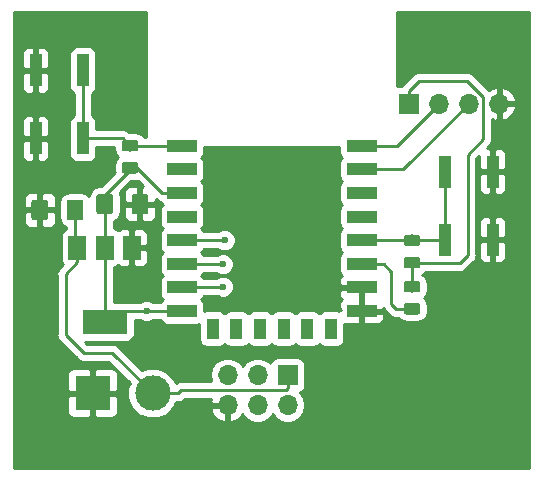
<source format=gtl>
G04 #@! TF.GenerationSoftware,KiCad,Pcbnew,5.0.2-bee76a0~70~ubuntu18.04.1*
G04 #@! TF.CreationDate,2019-03-06T08:29:53+01:00*
G04 #@! TF.ProjectId,8FilPilotes,3846696c-5069-46c6-9f74-65732e6b6963,rev?*
G04 #@! TF.SameCoordinates,Original*
G04 #@! TF.FileFunction,Copper,L1,Top*
G04 #@! TF.FilePolarity,Positive*
%FSLAX46Y46*%
G04 Gerber Fmt 4.6, Leading zero omitted, Abs format (unit mm)*
G04 Created by KiCad (PCBNEW 5.0.2-bee76a0~70~ubuntu18.04.1) date mer. 06 mars 2019 08:29:53 CET*
%MOMM*%
%LPD*%
G01*
G04 APERTURE LIST*
G04 #@! TA.AperFunction,Conductor*
%ADD10C,0.100000*%
G04 #@! TD*
G04 #@! TA.AperFunction,SMDPad,CuDef*
%ADD11C,1.425000*%
G04 #@! TD*
G04 #@! TA.AperFunction,ComponentPad*
%ADD12R,1.700000X1.700000*%
G04 #@! TD*
G04 #@! TA.AperFunction,ComponentPad*
%ADD13O,1.700000X1.700000*%
G04 #@! TD*
G04 #@! TA.AperFunction,ComponentPad*
%ADD14R,3.000000X3.000000*%
G04 #@! TD*
G04 #@! TA.AperFunction,ComponentPad*
%ADD15C,3.000000*%
G04 #@! TD*
G04 #@! TA.AperFunction,SMDPad,CuDef*
%ADD16C,0.975000*%
G04 #@! TD*
G04 #@! TA.AperFunction,SMDPad,CuDef*
%ADD17R,1.000000X2.750000*%
G04 #@! TD*
G04 #@! TA.AperFunction,SMDPad,CuDef*
%ADD18R,3.800000X2.000000*%
G04 #@! TD*
G04 #@! TA.AperFunction,SMDPad,CuDef*
%ADD19R,1.500000X2.000000*%
G04 #@! TD*
G04 #@! TA.AperFunction,SMDPad,CuDef*
%ADD20R,2.500000X1.000000*%
G04 #@! TD*
G04 #@! TA.AperFunction,SMDPad,CuDef*
%ADD21R,1.000000X1.800000*%
G04 #@! TD*
G04 #@! TA.AperFunction,ViaPad*
%ADD22C,0.600000*%
G04 #@! TD*
G04 #@! TA.AperFunction,Conductor*
%ADD23C,0.250000*%
G04 #@! TD*
G04 #@! TA.AperFunction,Conductor*
%ADD24C,0.254000*%
G04 #@! TD*
G04 APERTURE END LIST*
D10*
G04 #@! TO.N,/GND*
G04 #@! TO.C,C1*
G36*
X143351743Y-91563930D02*
X143376012Y-91567530D01*
X143399810Y-91573491D01*
X143422910Y-91581756D01*
X143445088Y-91592246D01*
X143466132Y-91604859D01*
X143485837Y-91619473D01*
X143504016Y-91635949D01*
X143520492Y-91654128D01*
X143535106Y-91673833D01*
X143547719Y-91694877D01*
X143558209Y-91717055D01*
X143566474Y-91740155D01*
X143572435Y-91763953D01*
X143576035Y-91788222D01*
X143577239Y-91812726D01*
X143577239Y-93062726D01*
X143576035Y-93087230D01*
X143572435Y-93111499D01*
X143566474Y-93135297D01*
X143558209Y-93158397D01*
X143547719Y-93180575D01*
X143535106Y-93201619D01*
X143520492Y-93221324D01*
X143504016Y-93239503D01*
X143485837Y-93255979D01*
X143466132Y-93270593D01*
X143445088Y-93283206D01*
X143422910Y-93293696D01*
X143399810Y-93301961D01*
X143376012Y-93307922D01*
X143351743Y-93311522D01*
X143327239Y-93312726D01*
X142402239Y-93312726D01*
X142377735Y-93311522D01*
X142353466Y-93307922D01*
X142329668Y-93301961D01*
X142306568Y-93293696D01*
X142284390Y-93283206D01*
X142263346Y-93270593D01*
X142243641Y-93255979D01*
X142225462Y-93239503D01*
X142208986Y-93221324D01*
X142194372Y-93201619D01*
X142181759Y-93180575D01*
X142171269Y-93158397D01*
X142163004Y-93135297D01*
X142157043Y-93111499D01*
X142153443Y-93087230D01*
X142152239Y-93062726D01*
X142152239Y-91812726D01*
X142153443Y-91788222D01*
X142157043Y-91763953D01*
X142163004Y-91740155D01*
X142171269Y-91717055D01*
X142181759Y-91694877D01*
X142194372Y-91673833D01*
X142208986Y-91654128D01*
X142225462Y-91635949D01*
X142243641Y-91619473D01*
X142263346Y-91604859D01*
X142284390Y-91592246D01*
X142306568Y-91581756D01*
X142329668Y-91573491D01*
X142353466Y-91567530D01*
X142377735Y-91563930D01*
X142402239Y-91562726D01*
X143327239Y-91562726D01*
X143351743Y-91563930D01*
X143351743Y-91563930D01*
G37*
D11*
G04 #@! TD*
G04 #@! TO.P,C1,2*
G04 #@! TO.N,/GND*
X142864739Y-92437726D03*
D10*
G04 #@! TO.N,/5V*
G04 #@! TO.C,C1*
G36*
X146326743Y-91563930D02*
X146351012Y-91567530D01*
X146374810Y-91573491D01*
X146397910Y-91581756D01*
X146420088Y-91592246D01*
X146441132Y-91604859D01*
X146460837Y-91619473D01*
X146479016Y-91635949D01*
X146495492Y-91654128D01*
X146510106Y-91673833D01*
X146522719Y-91694877D01*
X146533209Y-91717055D01*
X146541474Y-91740155D01*
X146547435Y-91763953D01*
X146551035Y-91788222D01*
X146552239Y-91812726D01*
X146552239Y-93062726D01*
X146551035Y-93087230D01*
X146547435Y-93111499D01*
X146541474Y-93135297D01*
X146533209Y-93158397D01*
X146522719Y-93180575D01*
X146510106Y-93201619D01*
X146495492Y-93221324D01*
X146479016Y-93239503D01*
X146460837Y-93255979D01*
X146441132Y-93270593D01*
X146420088Y-93283206D01*
X146397910Y-93293696D01*
X146374810Y-93301961D01*
X146351012Y-93307922D01*
X146326743Y-93311522D01*
X146302239Y-93312726D01*
X145377239Y-93312726D01*
X145352735Y-93311522D01*
X145328466Y-93307922D01*
X145304668Y-93301961D01*
X145281568Y-93293696D01*
X145259390Y-93283206D01*
X145238346Y-93270593D01*
X145218641Y-93255979D01*
X145200462Y-93239503D01*
X145183986Y-93221324D01*
X145169372Y-93201619D01*
X145156759Y-93180575D01*
X145146269Y-93158397D01*
X145138004Y-93135297D01*
X145132043Y-93111499D01*
X145128443Y-93087230D01*
X145127239Y-93062726D01*
X145127239Y-91812726D01*
X145128443Y-91788222D01*
X145132043Y-91763953D01*
X145138004Y-91740155D01*
X145146269Y-91717055D01*
X145156759Y-91694877D01*
X145169372Y-91673833D01*
X145183986Y-91654128D01*
X145200462Y-91635949D01*
X145218641Y-91619473D01*
X145238346Y-91604859D01*
X145259390Y-91592246D01*
X145281568Y-91581756D01*
X145304668Y-91573491D01*
X145328466Y-91567530D01*
X145352735Y-91563930D01*
X145377239Y-91562726D01*
X146302239Y-91562726D01*
X146326743Y-91563930D01*
X146326743Y-91563930D01*
G37*
D11*
G04 #@! TD*
G04 #@! TO.P,C1,1*
G04 #@! TO.N,/5V*
X145839739Y-92437726D03*
D10*
G04 #@! TO.N,/3V3*
G04 #@! TO.C,C2*
G36*
X148851743Y-91063930D02*
X148876012Y-91067530D01*
X148899810Y-91073491D01*
X148922910Y-91081756D01*
X148945088Y-91092246D01*
X148966132Y-91104859D01*
X148985837Y-91119473D01*
X149004016Y-91135949D01*
X149020492Y-91154128D01*
X149035106Y-91173833D01*
X149047719Y-91194877D01*
X149058209Y-91217055D01*
X149066474Y-91240155D01*
X149072435Y-91263953D01*
X149076035Y-91288222D01*
X149077239Y-91312726D01*
X149077239Y-92562726D01*
X149076035Y-92587230D01*
X149072435Y-92611499D01*
X149066474Y-92635297D01*
X149058209Y-92658397D01*
X149047719Y-92680575D01*
X149035106Y-92701619D01*
X149020492Y-92721324D01*
X149004016Y-92739503D01*
X148985837Y-92755979D01*
X148966132Y-92770593D01*
X148945088Y-92783206D01*
X148922910Y-92793696D01*
X148899810Y-92801961D01*
X148876012Y-92807922D01*
X148851743Y-92811522D01*
X148827239Y-92812726D01*
X147902239Y-92812726D01*
X147877735Y-92811522D01*
X147853466Y-92807922D01*
X147829668Y-92801961D01*
X147806568Y-92793696D01*
X147784390Y-92783206D01*
X147763346Y-92770593D01*
X147743641Y-92755979D01*
X147725462Y-92739503D01*
X147708986Y-92721324D01*
X147694372Y-92701619D01*
X147681759Y-92680575D01*
X147671269Y-92658397D01*
X147663004Y-92635297D01*
X147657043Y-92611499D01*
X147653443Y-92587230D01*
X147652239Y-92562726D01*
X147652239Y-91312726D01*
X147653443Y-91288222D01*
X147657043Y-91263953D01*
X147663004Y-91240155D01*
X147671269Y-91217055D01*
X147681759Y-91194877D01*
X147694372Y-91173833D01*
X147708986Y-91154128D01*
X147725462Y-91135949D01*
X147743641Y-91119473D01*
X147763346Y-91104859D01*
X147784390Y-91092246D01*
X147806568Y-91081756D01*
X147829668Y-91073491D01*
X147853466Y-91067530D01*
X147877735Y-91063930D01*
X147902239Y-91062726D01*
X148827239Y-91062726D01*
X148851743Y-91063930D01*
X148851743Y-91063930D01*
G37*
D11*
G04 #@! TD*
G04 #@! TO.P,C2,1*
G04 #@! TO.N,/3V3*
X148364739Y-91937726D03*
D10*
G04 #@! TO.N,/GND*
G04 #@! TO.C,C2*
G36*
X151826743Y-91063930D02*
X151851012Y-91067530D01*
X151874810Y-91073491D01*
X151897910Y-91081756D01*
X151920088Y-91092246D01*
X151941132Y-91104859D01*
X151960837Y-91119473D01*
X151979016Y-91135949D01*
X151995492Y-91154128D01*
X152010106Y-91173833D01*
X152022719Y-91194877D01*
X152033209Y-91217055D01*
X152041474Y-91240155D01*
X152047435Y-91263953D01*
X152051035Y-91288222D01*
X152052239Y-91312726D01*
X152052239Y-92562726D01*
X152051035Y-92587230D01*
X152047435Y-92611499D01*
X152041474Y-92635297D01*
X152033209Y-92658397D01*
X152022719Y-92680575D01*
X152010106Y-92701619D01*
X151995492Y-92721324D01*
X151979016Y-92739503D01*
X151960837Y-92755979D01*
X151941132Y-92770593D01*
X151920088Y-92783206D01*
X151897910Y-92793696D01*
X151874810Y-92801961D01*
X151851012Y-92807922D01*
X151826743Y-92811522D01*
X151802239Y-92812726D01*
X150877239Y-92812726D01*
X150852735Y-92811522D01*
X150828466Y-92807922D01*
X150804668Y-92801961D01*
X150781568Y-92793696D01*
X150759390Y-92783206D01*
X150738346Y-92770593D01*
X150718641Y-92755979D01*
X150700462Y-92739503D01*
X150683986Y-92721324D01*
X150669372Y-92701619D01*
X150656759Y-92680575D01*
X150646269Y-92658397D01*
X150638004Y-92635297D01*
X150632043Y-92611499D01*
X150628443Y-92587230D01*
X150627239Y-92562726D01*
X150627239Y-91312726D01*
X150628443Y-91288222D01*
X150632043Y-91263953D01*
X150638004Y-91240155D01*
X150646269Y-91217055D01*
X150656759Y-91194877D01*
X150669372Y-91173833D01*
X150683986Y-91154128D01*
X150700462Y-91135949D01*
X150718641Y-91119473D01*
X150738346Y-91104859D01*
X150759390Y-91092246D01*
X150781568Y-91081756D01*
X150804668Y-91073491D01*
X150828466Y-91067530D01*
X150852735Y-91063930D01*
X150877239Y-91062726D01*
X151802239Y-91062726D01*
X151826743Y-91063930D01*
X151826743Y-91063930D01*
G37*
D11*
G04 #@! TD*
G04 #@! TO.P,C2,2*
G04 #@! TO.N,/GND*
X151339739Y-91937726D03*
D12*
G04 #@! TO.P,J1,1*
G04 #@! TO.N,/3V3*
X174117000Y-83439000D03*
D13*
G04 #@! TO.P,J1,2*
G04 #@! TO.N,/TXD*
X176657000Y-83439000D03*
G04 #@! TO.P,J1,3*
G04 #@! TO.N,/RXD*
X179197000Y-83439000D03*
G04 #@! TO.P,J1,4*
G04 #@! TO.N,/GND*
X181737000Y-83439000D03*
G04 #@! TD*
D12*
G04 #@! TO.P,J2,1*
G04 #@! TO.N,/5V*
X163830000Y-106426000D03*
D13*
G04 #@! TO.P,J2,2*
G04 #@! TO.N,/SER*
X163830000Y-108966000D03*
G04 #@! TO.P,J2,3*
G04 #@! TO.N,/SRCLK*
X161290000Y-106426000D03*
G04 #@! TO.P,J2,4*
G04 #@! TO.N,/RCLK*
X161290000Y-108966000D03*
G04 #@! TO.P,J2,5*
G04 #@! TO.N,/3V3*
X158750000Y-106426000D03*
G04 #@! TO.P,J2,6*
G04 #@! TO.N,/GND*
X158750000Y-108966000D03*
G04 #@! TD*
D14*
G04 #@! TO.P,P1,1*
G04 #@! TO.N,/GND*
X147320000Y-107950000D03*
D15*
G04 #@! TO.P,P1,2*
G04 #@! TO.N,/5V*
X152400000Y-107950000D03*
G04 #@! TD*
D10*
G04 #@! TO.N,/3V3*
G04 #@! TO.C,R17*
G36*
X150980142Y-88388674D02*
X151003803Y-88392184D01*
X151027007Y-88397996D01*
X151049529Y-88406054D01*
X151071153Y-88416282D01*
X151091670Y-88428579D01*
X151110883Y-88442829D01*
X151128607Y-88458893D01*
X151144671Y-88476617D01*
X151158921Y-88495830D01*
X151171218Y-88516347D01*
X151181446Y-88537971D01*
X151189504Y-88560493D01*
X151195316Y-88583697D01*
X151198826Y-88607358D01*
X151200000Y-88631250D01*
X151200000Y-89118750D01*
X151198826Y-89142642D01*
X151195316Y-89166303D01*
X151189504Y-89189507D01*
X151181446Y-89212029D01*
X151171218Y-89233653D01*
X151158921Y-89254170D01*
X151144671Y-89273383D01*
X151128607Y-89291107D01*
X151110883Y-89307171D01*
X151091670Y-89321421D01*
X151071153Y-89333718D01*
X151049529Y-89343946D01*
X151027007Y-89352004D01*
X151003803Y-89357816D01*
X150980142Y-89361326D01*
X150956250Y-89362500D01*
X150043750Y-89362500D01*
X150019858Y-89361326D01*
X149996197Y-89357816D01*
X149972993Y-89352004D01*
X149950471Y-89343946D01*
X149928847Y-89333718D01*
X149908330Y-89321421D01*
X149889117Y-89307171D01*
X149871393Y-89291107D01*
X149855329Y-89273383D01*
X149841079Y-89254170D01*
X149828782Y-89233653D01*
X149818554Y-89212029D01*
X149810496Y-89189507D01*
X149804684Y-89166303D01*
X149801174Y-89142642D01*
X149800000Y-89118750D01*
X149800000Y-88631250D01*
X149801174Y-88607358D01*
X149804684Y-88583697D01*
X149810496Y-88560493D01*
X149818554Y-88537971D01*
X149828782Y-88516347D01*
X149841079Y-88495830D01*
X149855329Y-88476617D01*
X149871393Y-88458893D01*
X149889117Y-88442829D01*
X149908330Y-88428579D01*
X149928847Y-88416282D01*
X149950471Y-88406054D01*
X149972993Y-88397996D01*
X149996197Y-88392184D01*
X150019858Y-88388674D01*
X150043750Y-88387500D01*
X150956250Y-88387500D01*
X150980142Y-88388674D01*
X150980142Y-88388674D01*
G37*
D16*
G04 #@! TD*
G04 #@! TO.P,R17,1*
G04 #@! TO.N,/3V3*
X150500000Y-88875000D03*
D10*
G04 #@! TO.N,Net-(R17-Pad2)*
G04 #@! TO.C,R17*
G36*
X150980142Y-86513674D02*
X151003803Y-86517184D01*
X151027007Y-86522996D01*
X151049529Y-86531054D01*
X151071153Y-86541282D01*
X151091670Y-86553579D01*
X151110883Y-86567829D01*
X151128607Y-86583893D01*
X151144671Y-86601617D01*
X151158921Y-86620830D01*
X151171218Y-86641347D01*
X151181446Y-86662971D01*
X151189504Y-86685493D01*
X151195316Y-86708697D01*
X151198826Y-86732358D01*
X151200000Y-86756250D01*
X151200000Y-87243750D01*
X151198826Y-87267642D01*
X151195316Y-87291303D01*
X151189504Y-87314507D01*
X151181446Y-87337029D01*
X151171218Y-87358653D01*
X151158921Y-87379170D01*
X151144671Y-87398383D01*
X151128607Y-87416107D01*
X151110883Y-87432171D01*
X151091670Y-87446421D01*
X151071153Y-87458718D01*
X151049529Y-87468946D01*
X151027007Y-87477004D01*
X151003803Y-87482816D01*
X150980142Y-87486326D01*
X150956250Y-87487500D01*
X150043750Y-87487500D01*
X150019858Y-87486326D01*
X149996197Y-87482816D01*
X149972993Y-87477004D01*
X149950471Y-87468946D01*
X149928847Y-87458718D01*
X149908330Y-87446421D01*
X149889117Y-87432171D01*
X149871393Y-87416107D01*
X149855329Y-87398383D01*
X149841079Y-87379170D01*
X149828782Y-87358653D01*
X149818554Y-87337029D01*
X149810496Y-87314507D01*
X149804684Y-87291303D01*
X149801174Y-87267642D01*
X149800000Y-87243750D01*
X149800000Y-86756250D01*
X149801174Y-86732358D01*
X149804684Y-86708697D01*
X149810496Y-86685493D01*
X149818554Y-86662971D01*
X149828782Y-86641347D01*
X149841079Y-86620830D01*
X149855329Y-86601617D01*
X149871393Y-86583893D01*
X149889117Y-86567829D01*
X149908330Y-86553579D01*
X149928847Y-86541282D01*
X149950471Y-86531054D01*
X149972993Y-86522996D01*
X149996197Y-86517184D01*
X150019858Y-86513674D01*
X150043750Y-86512500D01*
X150956250Y-86512500D01*
X150980142Y-86513674D01*
X150980142Y-86513674D01*
G37*
D16*
G04 #@! TD*
G04 #@! TO.P,R17,2*
G04 #@! TO.N,Net-(R17-Pad2)*
X150500000Y-87000000D03*
D10*
G04 #@! TO.N,Net-(R18-Pad2)*
G04 #@! TO.C,R18*
G36*
X174851142Y-94539674D02*
X174874803Y-94543184D01*
X174898007Y-94548996D01*
X174920529Y-94557054D01*
X174942153Y-94567282D01*
X174962670Y-94579579D01*
X174981883Y-94593829D01*
X174999607Y-94609893D01*
X175015671Y-94627617D01*
X175029921Y-94646830D01*
X175042218Y-94667347D01*
X175052446Y-94688971D01*
X175060504Y-94711493D01*
X175066316Y-94734697D01*
X175069826Y-94758358D01*
X175071000Y-94782250D01*
X175071000Y-95269750D01*
X175069826Y-95293642D01*
X175066316Y-95317303D01*
X175060504Y-95340507D01*
X175052446Y-95363029D01*
X175042218Y-95384653D01*
X175029921Y-95405170D01*
X175015671Y-95424383D01*
X174999607Y-95442107D01*
X174981883Y-95458171D01*
X174962670Y-95472421D01*
X174942153Y-95484718D01*
X174920529Y-95494946D01*
X174898007Y-95503004D01*
X174874803Y-95508816D01*
X174851142Y-95512326D01*
X174827250Y-95513500D01*
X173914750Y-95513500D01*
X173890858Y-95512326D01*
X173867197Y-95508816D01*
X173843993Y-95503004D01*
X173821471Y-95494946D01*
X173799847Y-95484718D01*
X173779330Y-95472421D01*
X173760117Y-95458171D01*
X173742393Y-95442107D01*
X173726329Y-95424383D01*
X173712079Y-95405170D01*
X173699782Y-95384653D01*
X173689554Y-95363029D01*
X173681496Y-95340507D01*
X173675684Y-95317303D01*
X173672174Y-95293642D01*
X173671000Y-95269750D01*
X173671000Y-94782250D01*
X173672174Y-94758358D01*
X173675684Y-94734697D01*
X173681496Y-94711493D01*
X173689554Y-94688971D01*
X173699782Y-94667347D01*
X173712079Y-94646830D01*
X173726329Y-94627617D01*
X173742393Y-94609893D01*
X173760117Y-94593829D01*
X173779330Y-94579579D01*
X173799847Y-94567282D01*
X173821471Y-94557054D01*
X173843993Y-94548996D01*
X173867197Y-94543184D01*
X173890858Y-94539674D01*
X173914750Y-94538500D01*
X174827250Y-94538500D01*
X174851142Y-94539674D01*
X174851142Y-94539674D01*
G37*
D16*
G04 #@! TD*
G04 #@! TO.P,R18,2*
G04 #@! TO.N,Net-(R18-Pad2)*
X174371000Y-95026000D03*
D10*
G04 #@! TO.N,/3V3*
G04 #@! TO.C,R18*
G36*
X174851142Y-96414674D02*
X174874803Y-96418184D01*
X174898007Y-96423996D01*
X174920529Y-96432054D01*
X174942153Y-96442282D01*
X174962670Y-96454579D01*
X174981883Y-96468829D01*
X174999607Y-96484893D01*
X175015671Y-96502617D01*
X175029921Y-96521830D01*
X175042218Y-96542347D01*
X175052446Y-96563971D01*
X175060504Y-96586493D01*
X175066316Y-96609697D01*
X175069826Y-96633358D01*
X175071000Y-96657250D01*
X175071000Y-97144750D01*
X175069826Y-97168642D01*
X175066316Y-97192303D01*
X175060504Y-97215507D01*
X175052446Y-97238029D01*
X175042218Y-97259653D01*
X175029921Y-97280170D01*
X175015671Y-97299383D01*
X174999607Y-97317107D01*
X174981883Y-97333171D01*
X174962670Y-97347421D01*
X174942153Y-97359718D01*
X174920529Y-97369946D01*
X174898007Y-97378004D01*
X174874803Y-97383816D01*
X174851142Y-97387326D01*
X174827250Y-97388500D01*
X173914750Y-97388500D01*
X173890858Y-97387326D01*
X173867197Y-97383816D01*
X173843993Y-97378004D01*
X173821471Y-97369946D01*
X173799847Y-97359718D01*
X173779330Y-97347421D01*
X173760117Y-97333171D01*
X173742393Y-97317107D01*
X173726329Y-97299383D01*
X173712079Y-97280170D01*
X173699782Y-97259653D01*
X173689554Y-97238029D01*
X173681496Y-97215507D01*
X173675684Y-97192303D01*
X173672174Y-97168642D01*
X173671000Y-97144750D01*
X173671000Y-96657250D01*
X173672174Y-96633358D01*
X173675684Y-96609697D01*
X173681496Y-96586493D01*
X173689554Y-96563971D01*
X173699782Y-96542347D01*
X173712079Y-96521830D01*
X173726329Y-96502617D01*
X173742393Y-96484893D01*
X173760117Y-96468829D01*
X173779330Y-96454579D01*
X173799847Y-96442282D01*
X173821471Y-96432054D01*
X173843993Y-96423996D01*
X173867197Y-96418184D01*
X173890858Y-96414674D01*
X173914750Y-96413500D01*
X174827250Y-96413500D01*
X174851142Y-96414674D01*
X174851142Y-96414674D01*
G37*
D16*
G04 #@! TD*
G04 #@! TO.P,R18,1*
G04 #@! TO.N,/3V3*
X174371000Y-96901000D03*
D17*
G04 #@! TO.P,RESET,2*
G04 #@! TO.N,Net-(R17-Pad2)*
X146500000Y-80620000D03*
X146500000Y-86380000D03*
G04 #@! TO.P,RESET,1*
G04 #@! TO.N,/GND*
X142500000Y-86380000D03*
X142500000Y-80620000D03*
G04 #@! TD*
G04 #@! TO.P,FLASH,1*
G04 #@! TO.N,Net-(R18-Pad2)*
X177197000Y-89195000D03*
X177197000Y-94955000D03*
G04 #@! TO.P,FLASH,2*
G04 #@! TO.N,/GND*
X181197000Y-94955000D03*
X181197000Y-89195000D03*
G04 #@! TD*
D18*
G04 #@! TO.P,U1,2*
G04 #@! TO.N,/3V3*
X148339739Y-101937726D03*
D19*
X148339739Y-95637726D03*
G04 #@! TO.P,U1,3*
G04 #@! TO.N,/5V*
X146039739Y-95637726D03*
G04 #@! TO.P,U1,1*
G04 #@! TO.N,/GND*
X150639739Y-95637726D03*
G04 #@! TD*
D20*
G04 #@! TO.P,U2,1*
G04 #@! TO.N,Net-(R17-Pad2)*
X154900000Y-87000000D03*
G04 #@! TO.P,U2,2*
G04 #@! TO.N,N/C*
X154900000Y-89000000D03*
G04 #@! TO.P,U2,3*
G04 #@! TO.N,/3V3*
X154900000Y-91000000D03*
G04 #@! TO.P,U2,4*
G04 #@! TO.N,N/C*
X154900000Y-93000000D03*
G04 #@! TO.P,U2,5*
G04 #@! TO.N,/SER*
X154900000Y-95000000D03*
G04 #@! TO.P,U2,6*
G04 #@! TO.N,/SRCLK*
X154900000Y-97000000D03*
G04 #@! TO.P,U2,7*
G04 #@! TO.N,/RCLK*
X154900000Y-99000000D03*
G04 #@! TO.P,U2,8*
G04 #@! TO.N,/3V3*
X154900000Y-101000000D03*
D21*
G04 #@! TO.P,U2,9*
G04 #@! TO.N,N/C*
X157500000Y-102500000D03*
G04 #@! TO.P,U2,10*
X159500000Y-102500000D03*
G04 #@! TO.P,U2,11*
X161500000Y-102500000D03*
G04 #@! TO.P,U2,12*
X163500000Y-102500000D03*
G04 #@! TO.P,U2,13*
X165500000Y-102500000D03*
G04 #@! TO.P,U2,14*
X167500000Y-102500000D03*
D20*
G04 #@! TO.P,U2,15*
G04 #@! TO.N,/GND*
X170100000Y-101000000D03*
G04 #@! TO.P,U2,16*
X170100000Y-99000000D03*
G04 #@! TO.P,U2,17*
G04 #@! TO.N,Net-(R1-Pad2)*
X170100000Y-97000000D03*
G04 #@! TO.P,U2,18*
G04 #@! TO.N,Net-(R18-Pad2)*
X170100000Y-95000000D03*
G04 #@! TO.P,U2,19*
G04 #@! TO.N,N/C*
X170100000Y-93000000D03*
G04 #@! TO.P,U2,20*
X170100000Y-91000000D03*
G04 #@! TO.P,U2,21*
G04 #@! TO.N,/RXD*
X170100000Y-89000000D03*
G04 #@! TO.P,U2,22*
G04 #@! TO.N,/TXD*
X170100000Y-87000000D03*
G04 #@! TD*
D10*
G04 #@! TO.N,/3V3*
G04 #@! TO.C,R1*
G36*
X174851142Y-98446674D02*
X174874803Y-98450184D01*
X174898007Y-98455996D01*
X174920529Y-98464054D01*
X174942153Y-98474282D01*
X174962670Y-98486579D01*
X174981883Y-98500829D01*
X174999607Y-98516893D01*
X175015671Y-98534617D01*
X175029921Y-98553830D01*
X175042218Y-98574347D01*
X175052446Y-98595971D01*
X175060504Y-98618493D01*
X175066316Y-98641697D01*
X175069826Y-98665358D01*
X175071000Y-98689250D01*
X175071000Y-99176750D01*
X175069826Y-99200642D01*
X175066316Y-99224303D01*
X175060504Y-99247507D01*
X175052446Y-99270029D01*
X175042218Y-99291653D01*
X175029921Y-99312170D01*
X175015671Y-99331383D01*
X174999607Y-99349107D01*
X174981883Y-99365171D01*
X174962670Y-99379421D01*
X174942153Y-99391718D01*
X174920529Y-99401946D01*
X174898007Y-99410004D01*
X174874803Y-99415816D01*
X174851142Y-99419326D01*
X174827250Y-99420500D01*
X173914750Y-99420500D01*
X173890858Y-99419326D01*
X173867197Y-99415816D01*
X173843993Y-99410004D01*
X173821471Y-99401946D01*
X173799847Y-99391718D01*
X173779330Y-99379421D01*
X173760117Y-99365171D01*
X173742393Y-99349107D01*
X173726329Y-99331383D01*
X173712079Y-99312170D01*
X173699782Y-99291653D01*
X173689554Y-99270029D01*
X173681496Y-99247507D01*
X173675684Y-99224303D01*
X173672174Y-99200642D01*
X173671000Y-99176750D01*
X173671000Y-98689250D01*
X173672174Y-98665358D01*
X173675684Y-98641697D01*
X173681496Y-98618493D01*
X173689554Y-98595971D01*
X173699782Y-98574347D01*
X173712079Y-98553830D01*
X173726329Y-98534617D01*
X173742393Y-98516893D01*
X173760117Y-98500829D01*
X173779330Y-98486579D01*
X173799847Y-98474282D01*
X173821471Y-98464054D01*
X173843993Y-98455996D01*
X173867197Y-98450184D01*
X173890858Y-98446674D01*
X173914750Y-98445500D01*
X174827250Y-98445500D01*
X174851142Y-98446674D01*
X174851142Y-98446674D01*
G37*
D16*
G04 #@! TD*
G04 #@! TO.P,R1,1*
G04 #@! TO.N,/3V3*
X174371000Y-98933000D03*
D10*
G04 #@! TO.N,Net-(R1-Pad2)*
G04 #@! TO.C,R1*
G36*
X174851142Y-100321674D02*
X174874803Y-100325184D01*
X174898007Y-100330996D01*
X174920529Y-100339054D01*
X174942153Y-100349282D01*
X174962670Y-100361579D01*
X174981883Y-100375829D01*
X174999607Y-100391893D01*
X175015671Y-100409617D01*
X175029921Y-100428830D01*
X175042218Y-100449347D01*
X175052446Y-100470971D01*
X175060504Y-100493493D01*
X175066316Y-100516697D01*
X175069826Y-100540358D01*
X175071000Y-100564250D01*
X175071000Y-101051750D01*
X175069826Y-101075642D01*
X175066316Y-101099303D01*
X175060504Y-101122507D01*
X175052446Y-101145029D01*
X175042218Y-101166653D01*
X175029921Y-101187170D01*
X175015671Y-101206383D01*
X174999607Y-101224107D01*
X174981883Y-101240171D01*
X174962670Y-101254421D01*
X174942153Y-101266718D01*
X174920529Y-101276946D01*
X174898007Y-101285004D01*
X174874803Y-101290816D01*
X174851142Y-101294326D01*
X174827250Y-101295500D01*
X173914750Y-101295500D01*
X173890858Y-101294326D01*
X173867197Y-101290816D01*
X173843993Y-101285004D01*
X173821471Y-101276946D01*
X173799847Y-101266718D01*
X173779330Y-101254421D01*
X173760117Y-101240171D01*
X173742393Y-101224107D01*
X173726329Y-101206383D01*
X173712079Y-101187170D01*
X173699782Y-101166653D01*
X173689554Y-101145029D01*
X173681496Y-101122507D01*
X173675684Y-101099303D01*
X173672174Y-101075642D01*
X173671000Y-101051750D01*
X173671000Y-100564250D01*
X173672174Y-100540358D01*
X173675684Y-100516697D01*
X173681496Y-100493493D01*
X173689554Y-100470971D01*
X173699782Y-100449347D01*
X173712079Y-100428830D01*
X173726329Y-100409617D01*
X173742393Y-100391893D01*
X173760117Y-100375829D01*
X173779330Y-100361579D01*
X173799847Y-100349282D01*
X173821471Y-100339054D01*
X173843993Y-100330996D01*
X173867197Y-100325184D01*
X173890858Y-100321674D01*
X173914750Y-100320500D01*
X174827250Y-100320500D01*
X174851142Y-100321674D01*
X174851142Y-100321674D01*
G37*
D16*
G04 #@! TD*
G04 #@! TO.P,R1,2*
G04 #@! TO.N,Net-(R1-Pad2)*
X174371000Y-100808000D03*
D22*
G04 #@! TO.N,/SRCLK*
X158369000Y-97028000D03*
G04 #@! TO.N,/RCLK*
X158369000Y-98933000D03*
G04 #@! TO.N,/SER*
X158496000Y-94996000D03*
G04 #@! TO.N,/GND*
X150622000Y-97790000D03*
G04 #@! TO.N,/3V3*
X151892000Y-101000000D03*
G04 #@! TD*
D23*
G04 #@! TO.N,/SRCLK*
X154900000Y-97000000D02*
X158341000Y-97000000D01*
X158341000Y-97000000D02*
X158369000Y-97028000D01*
G04 #@! TO.N,/RCLK*
X154900000Y-99000000D02*
X158302000Y-99000000D01*
X158302000Y-99000000D02*
X158369000Y-98933000D01*
G04 #@! TO.N,/SER*
X154904000Y-94996000D02*
X154900000Y-95000000D01*
X158496000Y-94996000D02*
X154904000Y-94996000D01*
G04 #@! TO.N,/TXD*
X173096000Y-87000000D02*
X176657000Y-83439000D01*
X170100000Y-87000000D02*
X173096000Y-87000000D01*
G04 #@! TO.N,/RXD*
X173636000Y-89000000D02*
X170100000Y-89000000D01*
X179197000Y-83439000D02*
X173636000Y-89000000D01*
G04 #@! TO.N,Net-(R17-Pad2)*
X154900000Y-87000000D02*
X150500000Y-87000000D01*
X149880000Y-86380000D02*
X146500000Y-86380000D01*
X150500000Y-87000000D02*
X149880000Y-86380000D01*
X146500000Y-84755000D02*
X146500000Y-80620000D01*
X146500000Y-86380000D02*
X146500000Y-84755000D01*
G04 #@! TO.N,Net-(R18-Pad2)*
X172361000Y-95026000D02*
X172335000Y-95000000D01*
X174371000Y-95026000D02*
X172361000Y-95026000D01*
X172335000Y-95000000D02*
X170100000Y-95000000D01*
X177197000Y-90820000D02*
X177197000Y-94955000D01*
X177197000Y-89195000D02*
X177197000Y-90820000D01*
X174442000Y-94955000D02*
X174371000Y-95026000D01*
X177197000Y-94955000D02*
X174442000Y-94955000D01*
G04 #@! TO.N,/5V*
X145839739Y-95437726D02*
X146039739Y-95637726D01*
X145839739Y-92437726D02*
X145839739Y-95437726D01*
X163830000Y-107526000D02*
X163660000Y-107696000D01*
X163830000Y-106426000D02*
X163830000Y-107526000D01*
X154521320Y-107950000D02*
X152400000Y-107950000D01*
X154775320Y-107696000D02*
X154521320Y-107950000D01*
X163660000Y-107696000D02*
X154775320Y-107696000D01*
X146039739Y-96887726D02*
X146039739Y-95637726D01*
X145034000Y-102997000D02*
X145034000Y-97893465D01*
X145034000Y-97893465D02*
X146039739Y-96887726D01*
X152400000Y-107950000D02*
X148971000Y-104521000D01*
X146558000Y-104521000D02*
X145034000Y-102997000D01*
X148971000Y-104521000D02*
X146558000Y-104521000D01*
G04 #@! TO.N,/GND*
X150639739Y-95637726D02*
X150639739Y-97772261D01*
X150639739Y-97772261D02*
X150622000Y-97790000D01*
G04 #@! TO.N,/3V3*
X148364739Y-91157261D02*
X148364739Y-91937726D01*
X150500000Y-88875000D02*
X150500000Y-89022000D01*
X150500000Y-89022000D02*
X148364739Y-91157261D01*
X151105000Y-88875000D02*
X150500000Y-88875000D01*
X154900000Y-91000000D02*
X153230000Y-91000000D01*
X153230000Y-91000000D02*
X151105000Y-88875000D01*
X148364739Y-95612726D02*
X148339739Y-95637726D01*
X148364739Y-91937726D02*
X148364739Y-95612726D01*
X148339739Y-96887726D02*
X148339739Y-101937726D01*
X148339739Y-95637726D02*
X148339739Y-96887726D01*
X149277465Y-101000000D02*
X148339739Y-101937726D01*
X179070000Y-87757000D02*
X179070000Y-96266000D01*
X174117000Y-82339000D02*
X174922000Y-81534000D01*
X174117000Y-83439000D02*
X174117000Y-82339000D01*
X179031002Y-81534000D02*
X180372001Y-82874999D01*
X180372001Y-86454999D02*
X179070000Y-87757000D01*
X174922000Y-81534000D02*
X179031002Y-81534000D01*
X180372001Y-82874999D02*
X180372001Y-86454999D01*
X154900000Y-101000000D02*
X151892000Y-101000000D01*
X151892000Y-101000000D02*
X149277465Y-101000000D01*
X178435000Y-96901000D02*
X179070000Y-96266000D01*
X174371000Y-96901000D02*
X178435000Y-96901000D01*
X174371000Y-98933000D02*
X174371000Y-96901000D01*
G04 #@! TO.N,Net-(R1-Pad2)*
X170100000Y-97000000D02*
X170850000Y-97000000D01*
X171958000Y-97028000D02*
X172593000Y-97663000D01*
X170878000Y-97028000D02*
X171958000Y-97028000D01*
X173007500Y-100808000D02*
X174371000Y-100808000D01*
X170850000Y-97000000D02*
X170878000Y-97028000D01*
X172593000Y-97663000D02*
X172593000Y-100393500D01*
X172593000Y-100393500D02*
X173007500Y-100808000D01*
G04 #@! TD*
D24*
G04 #@! TO.N,/GND*
G36*
X151873000Y-86240000D02*
X151662533Y-86240000D01*
X151586416Y-86126084D01*
X151297294Y-85932898D01*
X150956250Y-85865060D01*
X150449972Y-85865060D01*
X150427929Y-85832071D01*
X150176537Y-85664096D01*
X149954852Y-85620000D01*
X149954847Y-85620000D01*
X149880000Y-85605112D01*
X149805153Y-85620000D01*
X147647440Y-85620000D01*
X147647440Y-85005000D01*
X147598157Y-84757235D01*
X147457809Y-84547191D01*
X147260000Y-84415018D01*
X147260000Y-82584982D01*
X147457809Y-82452809D01*
X147598157Y-82242765D01*
X147647440Y-81995000D01*
X147647440Y-79245000D01*
X147598157Y-78997235D01*
X147457809Y-78787191D01*
X147247765Y-78646843D01*
X147000000Y-78597560D01*
X146000000Y-78597560D01*
X145752235Y-78646843D01*
X145542191Y-78787191D01*
X145401843Y-78997235D01*
X145352560Y-79245000D01*
X145352560Y-81995000D01*
X145401843Y-82242765D01*
X145542191Y-82452809D01*
X145740001Y-82584982D01*
X145740000Y-84415018D01*
X145542191Y-84547191D01*
X145401843Y-84757235D01*
X145352560Y-85005000D01*
X145352560Y-87755000D01*
X145401843Y-88002765D01*
X145542191Y-88212809D01*
X145752235Y-88353157D01*
X146000000Y-88402440D01*
X147000000Y-88402440D01*
X147247765Y-88353157D01*
X147457809Y-88212809D01*
X147598157Y-88002765D01*
X147647440Y-87755000D01*
X147647440Y-87140000D01*
X149152560Y-87140000D01*
X149152560Y-87243750D01*
X149220398Y-87584794D01*
X149413584Y-87873916D01*
X149508744Y-87937500D01*
X149413584Y-88001084D01*
X149220398Y-88290206D01*
X149152560Y-88631250D01*
X149152560Y-89118750D01*
X149181742Y-89265457D01*
X148031913Y-90415286D01*
X147902239Y-90415286D01*
X147558804Y-90483600D01*
X147267653Y-90678140D01*
X147073113Y-90969291D01*
X147009835Y-91287408D01*
X146936825Y-91178140D01*
X146645674Y-90983600D01*
X146302239Y-90915286D01*
X145377239Y-90915286D01*
X145033804Y-90983600D01*
X144742653Y-91178140D01*
X144548113Y-91469291D01*
X144479799Y-91812726D01*
X144479799Y-93062726D01*
X144548113Y-93406161D01*
X144742653Y-93697312D01*
X145033804Y-93891852D01*
X145079739Y-93900989D01*
X145079740Y-94032057D01*
X145041974Y-94039569D01*
X144831930Y-94179917D01*
X144691582Y-94389961D01*
X144642299Y-94637726D01*
X144642299Y-96637726D01*
X144691582Y-96885491D01*
X144801969Y-97050695D01*
X144549528Y-97303136D01*
X144486072Y-97345536D01*
X144443672Y-97408992D01*
X144443671Y-97408993D01*
X144318097Y-97596928D01*
X144259112Y-97893465D01*
X144274001Y-97968317D01*
X144274000Y-102922153D01*
X144259112Y-102997000D01*
X144274000Y-103071847D01*
X144274000Y-103071851D01*
X144318096Y-103293536D01*
X144486071Y-103544929D01*
X144549530Y-103587331D01*
X145967673Y-105005476D01*
X146010071Y-105068929D01*
X146073524Y-105111327D01*
X146073526Y-105111329D01*
X146198902Y-105195102D01*
X146261463Y-105236904D01*
X146483148Y-105281000D01*
X146483152Y-105281000D01*
X146557999Y-105295888D01*
X146632846Y-105281000D01*
X148656199Y-105281000D01*
X150451139Y-107075942D01*
X150265000Y-107525322D01*
X150265000Y-108374678D01*
X150590034Y-109159380D01*
X151190620Y-109759966D01*
X151975322Y-110085000D01*
X152824678Y-110085000D01*
X153609380Y-109759966D01*
X154046454Y-109322892D01*
X157308514Y-109322892D01*
X157554817Y-109847358D01*
X157983076Y-110237645D01*
X158393110Y-110407476D01*
X158623000Y-110286155D01*
X158623000Y-109093000D01*
X157429181Y-109093000D01*
X157308514Y-109322892D01*
X154046454Y-109322892D01*
X154209966Y-109159380D01*
X154396105Y-108710000D01*
X154446473Y-108710000D01*
X154521320Y-108724888D01*
X154596167Y-108710000D01*
X154596172Y-108710000D01*
X154817857Y-108665904D01*
X155069249Y-108497929D01*
X155097265Y-108456000D01*
X157380418Y-108456000D01*
X157308514Y-108609108D01*
X157429181Y-108839000D01*
X158623000Y-108839000D01*
X158623000Y-108819000D01*
X158877000Y-108819000D01*
X158877000Y-108839000D01*
X158897000Y-108839000D01*
X158897000Y-109093000D01*
X158877000Y-109093000D01*
X158877000Y-110286155D01*
X159106890Y-110407476D01*
X159516924Y-110237645D01*
X159945183Y-109847358D01*
X160006157Y-109717522D01*
X160219375Y-110036625D01*
X160710582Y-110364839D01*
X161143744Y-110451000D01*
X161436256Y-110451000D01*
X161869418Y-110364839D01*
X162360625Y-110036625D01*
X162560000Y-109738239D01*
X162759375Y-110036625D01*
X163250582Y-110364839D01*
X163683744Y-110451000D01*
X163976256Y-110451000D01*
X164409418Y-110364839D01*
X164900625Y-110036625D01*
X165228839Y-109545418D01*
X165344092Y-108966000D01*
X165228839Y-108386582D01*
X164900625Y-107895375D01*
X164882381Y-107883184D01*
X164927765Y-107874157D01*
X165137809Y-107733809D01*
X165278157Y-107523765D01*
X165327440Y-107276000D01*
X165327440Y-105576000D01*
X165278157Y-105328235D01*
X165137809Y-105118191D01*
X164927765Y-104977843D01*
X164680000Y-104928560D01*
X162980000Y-104928560D01*
X162732235Y-104977843D01*
X162522191Y-105118191D01*
X162381843Y-105328235D01*
X162372816Y-105373619D01*
X162360625Y-105355375D01*
X161869418Y-105027161D01*
X161436256Y-104941000D01*
X161143744Y-104941000D01*
X160710582Y-105027161D01*
X160219375Y-105355375D01*
X160020000Y-105653761D01*
X159820625Y-105355375D01*
X159329418Y-105027161D01*
X158896256Y-104941000D01*
X158603744Y-104941000D01*
X158170582Y-105027161D01*
X157679375Y-105355375D01*
X157351161Y-105846582D01*
X157235908Y-106426000D01*
X157337353Y-106936000D01*
X154850166Y-106936000D01*
X154775319Y-106921112D01*
X154700472Y-106936000D01*
X154700468Y-106936000D01*
X154478783Y-106980096D01*
X154345930Y-107068866D01*
X154209966Y-106740620D01*
X153609380Y-106140034D01*
X152824678Y-105815000D01*
X151975322Y-105815000D01*
X151525942Y-106001139D01*
X149561331Y-104036530D01*
X149518929Y-103973071D01*
X149267537Y-103805096D01*
X149045852Y-103761000D01*
X149045847Y-103761000D01*
X148971000Y-103746112D01*
X148896153Y-103761000D01*
X146872803Y-103761000D01*
X146696968Y-103585166D01*
X150239739Y-103585166D01*
X150487504Y-103535883D01*
X150697548Y-103395535D01*
X150837896Y-103185491D01*
X150887179Y-102937726D01*
X150887179Y-101760000D01*
X151329710Y-101760000D01*
X151362365Y-101792655D01*
X151706017Y-101935000D01*
X152077983Y-101935000D01*
X152421635Y-101792655D01*
X152454290Y-101760000D01*
X153060018Y-101760000D01*
X153192191Y-101957809D01*
X153402235Y-102098157D01*
X153650000Y-102147440D01*
X156150000Y-102147440D01*
X156352560Y-102107149D01*
X156352560Y-103400000D01*
X156401843Y-103647765D01*
X156542191Y-103857809D01*
X156752235Y-103998157D01*
X157000000Y-104047440D01*
X158000000Y-104047440D01*
X158247765Y-103998157D01*
X158457809Y-103857809D01*
X158500000Y-103794666D01*
X158542191Y-103857809D01*
X158752235Y-103998157D01*
X159000000Y-104047440D01*
X160000000Y-104047440D01*
X160247765Y-103998157D01*
X160457809Y-103857809D01*
X160500000Y-103794666D01*
X160542191Y-103857809D01*
X160752235Y-103998157D01*
X161000000Y-104047440D01*
X162000000Y-104047440D01*
X162247765Y-103998157D01*
X162457809Y-103857809D01*
X162500000Y-103794666D01*
X162542191Y-103857809D01*
X162752235Y-103998157D01*
X163000000Y-104047440D01*
X164000000Y-104047440D01*
X164247765Y-103998157D01*
X164457809Y-103857809D01*
X164500000Y-103794666D01*
X164542191Y-103857809D01*
X164752235Y-103998157D01*
X165000000Y-104047440D01*
X166000000Y-104047440D01*
X166247765Y-103998157D01*
X166457809Y-103857809D01*
X166500000Y-103794666D01*
X166542191Y-103857809D01*
X166752235Y-103998157D01*
X167000000Y-104047440D01*
X168000000Y-104047440D01*
X168247765Y-103998157D01*
X168457809Y-103857809D01*
X168598157Y-103647765D01*
X168647440Y-103400000D01*
X168647440Y-102103416D01*
X168723691Y-102135000D01*
X169814250Y-102135000D01*
X169973000Y-101976250D01*
X169973000Y-101127000D01*
X170227000Y-101127000D01*
X170227000Y-101976250D01*
X170385750Y-102135000D01*
X171476309Y-102135000D01*
X171709698Y-102038327D01*
X171888327Y-101859699D01*
X171985000Y-101626310D01*
X171985000Y-101285750D01*
X171826250Y-101127000D01*
X170227000Y-101127000D01*
X169973000Y-101127000D01*
X169953000Y-101127000D01*
X169953000Y-100873000D01*
X169973000Y-100873000D01*
X169973000Y-100023750D01*
X169949250Y-100000000D01*
X169973000Y-99976250D01*
X169973000Y-99127000D01*
X168373750Y-99127000D01*
X168215000Y-99285750D01*
X168215000Y-99626310D01*
X168311673Y-99859699D01*
X168451975Y-100000000D01*
X168311673Y-100140301D01*
X168215000Y-100373690D01*
X168215000Y-100714250D01*
X168373748Y-100872998D01*
X168215000Y-100872998D01*
X168215000Y-100995326D01*
X168000000Y-100952560D01*
X167000000Y-100952560D01*
X166752235Y-101001843D01*
X166542191Y-101142191D01*
X166500000Y-101205334D01*
X166457809Y-101142191D01*
X166247765Y-101001843D01*
X166000000Y-100952560D01*
X165000000Y-100952560D01*
X164752235Y-101001843D01*
X164542191Y-101142191D01*
X164500000Y-101205334D01*
X164457809Y-101142191D01*
X164247765Y-101001843D01*
X164000000Y-100952560D01*
X163000000Y-100952560D01*
X162752235Y-101001843D01*
X162542191Y-101142191D01*
X162500000Y-101205334D01*
X162457809Y-101142191D01*
X162247765Y-101001843D01*
X162000000Y-100952560D01*
X161000000Y-100952560D01*
X160752235Y-101001843D01*
X160542191Y-101142191D01*
X160500000Y-101205334D01*
X160457809Y-101142191D01*
X160247765Y-101001843D01*
X160000000Y-100952560D01*
X159000000Y-100952560D01*
X158752235Y-101001843D01*
X158542191Y-101142191D01*
X158500000Y-101205334D01*
X158457809Y-101142191D01*
X158247765Y-101001843D01*
X158000000Y-100952560D01*
X157000000Y-100952560D01*
X156797440Y-100992851D01*
X156797440Y-100500000D01*
X156748157Y-100252235D01*
X156607809Y-100042191D01*
X156544666Y-100000000D01*
X156607809Y-99957809D01*
X156739982Y-99760000D01*
X157922281Y-99760000D01*
X158183017Y-99868000D01*
X158554983Y-99868000D01*
X158898635Y-99725655D01*
X159161655Y-99462635D01*
X159304000Y-99118983D01*
X159304000Y-98747017D01*
X159161655Y-98403365D01*
X158898635Y-98140345D01*
X158554983Y-97998000D01*
X158183017Y-97998000D01*
X157839365Y-98140345D01*
X157739710Y-98240000D01*
X156739982Y-98240000D01*
X156607809Y-98042191D01*
X156544666Y-98000000D01*
X156607809Y-97957809D01*
X156739982Y-97760000D01*
X157778710Y-97760000D01*
X157839365Y-97820655D01*
X158183017Y-97963000D01*
X158554983Y-97963000D01*
X158898635Y-97820655D01*
X159161655Y-97557635D01*
X159304000Y-97213983D01*
X159304000Y-96842017D01*
X159161655Y-96498365D01*
X158898635Y-96235345D01*
X158554983Y-96093000D01*
X158183017Y-96093000D01*
X157839365Y-96235345D01*
X157834710Y-96240000D01*
X156739982Y-96240000D01*
X156607809Y-96042191D01*
X156544666Y-96000000D01*
X156607809Y-95957809D01*
X156742655Y-95756000D01*
X157933710Y-95756000D01*
X157966365Y-95788655D01*
X158310017Y-95931000D01*
X158681983Y-95931000D01*
X159025635Y-95788655D01*
X159288655Y-95525635D01*
X159431000Y-95181983D01*
X159431000Y-94810017D01*
X159288655Y-94466365D01*
X159025635Y-94203345D01*
X158681983Y-94061000D01*
X158310017Y-94061000D01*
X157966365Y-94203345D01*
X157933710Y-94236000D01*
X156737309Y-94236000D01*
X156607809Y-94042191D01*
X156544666Y-94000000D01*
X156607809Y-93957809D01*
X156748157Y-93747765D01*
X156797440Y-93500000D01*
X156797440Y-92500000D01*
X156748157Y-92252235D01*
X156607809Y-92042191D01*
X156544666Y-92000000D01*
X156607809Y-91957809D01*
X156748157Y-91747765D01*
X156797440Y-91500000D01*
X156797440Y-90500000D01*
X156748157Y-90252235D01*
X156607809Y-90042191D01*
X156544666Y-90000000D01*
X156607809Y-89957809D01*
X156748157Y-89747765D01*
X156797440Y-89500000D01*
X156797440Y-88500000D01*
X156748157Y-88252235D01*
X156607809Y-88042191D01*
X156544666Y-88000000D01*
X156607809Y-87957809D01*
X156748157Y-87747765D01*
X156797440Y-87500000D01*
X156797440Y-87127000D01*
X168202560Y-87127000D01*
X168202560Y-87500000D01*
X168251843Y-87747765D01*
X168392191Y-87957809D01*
X168455334Y-88000000D01*
X168392191Y-88042191D01*
X168251843Y-88252235D01*
X168202560Y-88500000D01*
X168202560Y-89500000D01*
X168251843Y-89747765D01*
X168392191Y-89957809D01*
X168455334Y-90000000D01*
X168392191Y-90042191D01*
X168251843Y-90252235D01*
X168202560Y-90500000D01*
X168202560Y-91500000D01*
X168251843Y-91747765D01*
X168392191Y-91957809D01*
X168455334Y-92000000D01*
X168392191Y-92042191D01*
X168251843Y-92252235D01*
X168202560Y-92500000D01*
X168202560Y-93500000D01*
X168251843Y-93747765D01*
X168392191Y-93957809D01*
X168455334Y-94000000D01*
X168392191Y-94042191D01*
X168251843Y-94252235D01*
X168202560Y-94500000D01*
X168202560Y-95500000D01*
X168251843Y-95747765D01*
X168392191Y-95957809D01*
X168455334Y-96000000D01*
X168392191Y-96042191D01*
X168251843Y-96252235D01*
X168202560Y-96500000D01*
X168202560Y-97500000D01*
X168251843Y-97747765D01*
X168392191Y-97957809D01*
X168453320Y-97998655D01*
X168311673Y-98140301D01*
X168215000Y-98373690D01*
X168215000Y-98714250D01*
X168373750Y-98873000D01*
X169973000Y-98873000D01*
X169973000Y-98853000D01*
X170227000Y-98853000D01*
X170227000Y-98873000D01*
X170247000Y-98873000D01*
X170247000Y-99127000D01*
X170227000Y-99127000D01*
X170227000Y-99976250D01*
X170250750Y-100000000D01*
X170227000Y-100023750D01*
X170227000Y-100873000D01*
X171826250Y-100873000D01*
X171930015Y-100769235D01*
X172045072Y-100941429D01*
X172108528Y-100983829D01*
X172417169Y-101292470D01*
X172459571Y-101355929D01*
X172710963Y-101523904D01*
X172932648Y-101568000D01*
X172932652Y-101568000D01*
X173007500Y-101582888D01*
X173082348Y-101568000D01*
X173208467Y-101568000D01*
X173284584Y-101681916D01*
X173573706Y-101875102D01*
X173914750Y-101942940D01*
X174827250Y-101942940D01*
X175168294Y-101875102D01*
X175457416Y-101681916D01*
X175650602Y-101392794D01*
X175718440Y-101051750D01*
X175718440Y-100564250D01*
X175650602Y-100223206D01*
X175457416Y-99934084D01*
X175362256Y-99870500D01*
X175457416Y-99806916D01*
X175650602Y-99517794D01*
X175718440Y-99176750D01*
X175718440Y-98689250D01*
X175650602Y-98348206D01*
X175457416Y-98059084D01*
X175244773Y-97917000D01*
X175457416Y-97774916D01*
X175533533Y-97661000D01*
X178360153Y-97661000D01*
X178435000Y-97675888D01*
X178509847Y-97661000D01*
X178509852Y-97661000D01*
X178731537Y-97616904D01*
X178982929Y-97448929D01*
X179025331Y-97385470D01*
X179554473Y-96856329D01*
X179617929Y-96813929D01*
X179785904Y-96562537D01*
X179830000Y-96340852D01*
X179830000Y-96340848D01*
X179844888Y-96266000D01*
X179830000Y-96191152D01*
X179830000Y-95240750D01*
X180062000Y-95240750D01*
X180062000Y-96456309D01*
X180158673Y-96689698D01*
X180337301Y-96868327D01*
X180570690Y-96965000D01*
X180911250Y-96965000D01*
X181070000Y-96806250D01*
X181070000Y-95082000D01*
X181324000Y-95082000D01*
X181324000Y-96806250D01*
X181482750Y-96965000D01*
X181823310Y-96965000D01*
X182056699Y-96868327D01*
X182235327Y-96689698D01*
X182332000Y-96456309D01*
X182332000Y-95240750D01*
X182173250Y-95082000D01*
X181324000Y-95082000D01*
X181070000Y-95082000D01*
X180220750Y-95082000D01*
X180062000Y-95240750D01*
X179830000Y-95240750D01*
X179830000Y-93453691D01*
X180062000Y-93453691D01*
X180062000Y-94669250D01*
X180220750Y-94828000D01*
X181070000Y-94828000D01*
X181070000Y-93103750D01*
X181324000Y-93103750D01*
X181324000Y-94828000D01*
X182173250Y-94828000D01*
X182332000Y-94669250D01*
X182332000Y-93453691D01*
X182235327Y-93220302D01*
X182056699Y-93041673D01*
X181823310Y-92945000D01*
X181482750Y-92945000D01*
X181324000Y-93103750D01*
X181070000Y-93103750D01*
X180911250Y-92945000D01*
X180570690Y-92945000D01*
X180337301Y-93041673D01*
X180158673Y-93220302D01*
X180062000Y-93453691D01*
X179830000Y-93453691D01*
X179830000Y-89480750D01*
X180062000Y-89480750D01*
X180062000Y-90696309D01*
X180158673Y-90929698D01*
X180337301Y-91108327D01*
X180570690Y-91205000D01*
X180911250Y-91205000D01*
X181070000Y-91046250D01*
X181070000Y-89322000D01*
X181324000Y-89322000D01*
X181324000Y-91046250D01*
X181482750Y-91205000D01*
X181823310Y-91205000D01*
X182056699Y-91108327D01*
X182235327Y-90929698D01*
X182332000Y-90696309D01*
X182332000Y-89480750D01*
X182173250Y-89322000D01*
X181324000Y-89322000D01*
X181070000Y-89322000D01*
X180220750Y-89322000D01*
X180062000Y-89480750D01*
X179830000Y-89480750D01*
X179830000Y-88071801D01*
X180062000Y-87839802D01*
X180062000Y-88909250D01*
X180220750Y-89068000D01*
X181070000Y-89068000D01*
X181070000Y-87343750D01*
X181324000Y-87343750D01*
X181324000Y-89068000D01*
X182173250Y-89068000D01*
X182332000Y-88909250D01*
X182332000Y-87693691D01*
X182235327Y-87460302D01*
X182056699Y-87281673D01*
X181823310Y-87185000D01*
X181482750Y-87185000D01*
X181324000Y-87343750D01*
X181070000Y-87343750D01*
X180911250Y-87185000D01*
X180716803Y-87185000D01*
X180856477Y-87045326D01*
X180919930Y-87002928D01*
X180962328Y-86939475D01*
X180962330Y-86939473D01*
X181087904Y-86751537D01*
X181087905Y-86751536D01*
X181132001Y-86529851D01*
X181132001Y-86529847D01*
X181146889Y-86455000D01*
X181132001Y-86380153D01*
X181132001Y-84777712D01*
X181380110Y-84880476D01*
X181610000Y-84759155D01*
X181610000Y-83566000D01*
X181864000Y-83566000D01*
X181864000Y-84759155D01*
X182093890Y-84880476D01*
X182503924Y-84710645D01*
X182932183Y-84320358D01*
X183178486Y-83795892D01*
X183057819Y-83566000D01*
X181864000Y-83566000D01*
X181610000Y-83566000D01*
X181590000Y-83566000D01*
X181590000Y-83312000D01*
X181610000Y-83312000D01*
X181610000Y-82118845D01*
X181864000Y-82118845D01*
X181864000Y-83312000D01*
X183057819Y-83312000D01*
X183178486Y-83082108D01*
X182932183Y-82557642D01*
X182503924Y-82167355D01*
X182093890Y-81997524D01*
X181864000Y-82118845D01*
X181610000Y-82118845D01*
X181380110Y-81997524D01*
X180970076Y-82167355D01*
X180849261Y-82277457D01*
X179621333Y-81049530D01*
X179578931Y-80986071D01*
X179327539Y-80818096D01*
X179105854Y-80774000D01*
X179105849Y-80774000D01*
X179031002Y-80759112D01*
X178956155Y-80774000D01*
X174996847Y-80774000D01*
X174922000Y-80759112D01*
X174847153Y-80774000D01*
X174847148Y-80774000D01*
X174625463Y-80818096D01*
X174374071Y-80986071D01*
X174331671Y-81049527D01*
X173632528Y-81748671D01*
X173569072Y-81791071D01*
X173526672Y-81854527D01*
X173526671Y-81854528D01*
X173468518Y-81941560D01*
X173267000Y-81941560D01*
X173127000Y-81969407D01*
X173127000Y-75710000D01*
X184290000Y-75710000D01*
X184290001Y-109930070D01*
X184290000Y-109930075D01*
X184290001Y-114290000D01*
X140710000Y-114290000D01*
X140710000Y-108235750D01*
X145185000Y-108235750D01*
X145185000Y-109576310D01*
X145281673Y-109809699D01*
X145460302Y-109988327D01*
X145693691Y-110085000D01*
X147034250Y-110085000D01*
X147193000Y-109926250D01*
X147193000Y-108077000D01*
X147447000Y-108077000D01*
X147447000Y-109926250D01*
X147605750Y-110085000D01*
X148946309Y-110085000D01*
X149179698Y-109988327D01*
X149358327Y-109809699D01*
X149455000Y-109576310D01*
X149455000Y-108235750D01*
X149296250Y-108077000D01*
X147447000Y-108077000D01*
X147193000Y-108077000D01*
X145343750Y-108077000D01*
X145185000Y-108235750D01*
X140710000Y-108235750D01*
X140710000Y-106323690D01*
X145185000Y-106323690D01*
X145185000Y-107664250D01*
X145343750Y-107823000D01*
X147193000Y-107823000D01*
X147193000Y-105973750D01*
X147447000Y-105973750D01*
X147447000Y-107823000D01*
X149296250Y-107823000D01*
X149455000Y-107664250D01*
X149455000Y-106323690D01*
X149358327Y-106090301D01*
X149179698Y-105911673D01*
X148946309Y-105815000D01*
X147605750Y-105815000D01*
X147447000Y-105973750D01*
X147193000Y-105973750D01*
X147034250Y-105815000D01*
X145693691Y-105815000D01*
X145460302Y-105911673D01*
X145281673Y-106090301D01*
X145185000Y-106323690D01*
X140710000Y-106323690D01*
X140710000Y-92723476D01*
X141517239Y-92723476D01*
X141517239Y-93439036D01*
X141613912Y-93672425D01*
X141792541Y-93851053D01*
X142025930Y-93947726D01*
X142578989Y-93947726D01*
X142737739Y-93788976D01*
X142737739Y-92564726D01*
X142991739Y-92564726D01*
X142991739Y-93788976D01*
X143150489Y-93947726D01*
X143703548Y-93947726D01*
X143936937Y-93851053D01*
X144115566Y-93672425D01*
X144212239Y-93439036D01*
X144212239Y-92723476D01*
X144053489Y-92564726D01*
X142991739Y-92564726D01*
X142737739Y-92564726D01*
X141675989Y-92564726D01*
X141517239Y-92723476D01*
X140710000Y-92723476D01*
X140710000Y-91436416D01*
X141517239Y-91436416D01*
X141517239Y-92151976D01*
X141675989Y-92310726D01*
X142737739Y-92310726D01*
X142737739Y-91086476D01*
X142991739Y-91086476D01*
X142991739Y-92310726D01*
X144053489Y-92310726D01*
X144212239Y-92151976D01*
X144212239Y-91436416D01*
X144115566Y-91203027D01*
X143936937Y-91024399D01*
X143703548Y-90927726D01*
X143150489Y-90927726D01*
X142991739Y-91086476D01*
X142737739Y-91086476D01*
X142578989Y-90927726D01*
X142025930Y-90927726D01*
X141792541Y-91024399D01*
X141613912Y-91203027D01*
X141517239Y-91436416D01*
X140710000Y-91436416D01*
X140710000Y-86665750D01*
X141365000Y-86665750D01*
X141365000Y-87881309D01*
X141461673Y-88114698D01*
X141640301Y-88293327D01*
X141873690Y-88390000D01*
X142214250Y-88390000D01*
X142373000Y-88231250D01*
X142373000Y-86507000D01*
X142627000Y-86507000D01*
X142627000Y-88231250D01*
X142785750Y-88390000D01*
X143126310Y-88390000D01*
X143359699Y-88293327D01*
X143538327Y-88114698D01*
X143635000Y-87881309D01*
X143635000Y-86665750D01*
X143476250Y-86507000D01*
X142627000Y-86507000D01*
X142373000Y-86507000D01*
X141523750Y-86507000D01*
X141365000Y-86665750D01*
X140710000Y-86665750D01*
X140710000Y-84878691D01*
X141365000Y-84878691D01*
X141365000Y-86094250D01*
X141523750Y-86253000D01*
X142373000Y-86253000D01*
X142373000Y-84528750D01*
X142627000Y-84528750D01*
X142627000Y-86253000D01*
X143476250Y-86253000D01*
X143635000Y-86094250D01*
X143635000Y-84878691D01*
X143538327Y-84645302D01*
X143359699Y-84466673D01*
X143126310Y-84370000D01*
X142785750Y-84370000D01*
X142627000Y-84528750D01*
X142373000Y-84528750D01*
X142214250Y-84370000D01*
X141873690Y-84370000D01*
X141640301Y-84466673D01*
X141461673Y-84645302D01*
X141365000Y-84878691D01*
X140710000Y-84878691D01*
X140710000Y-80905750D01*
X141365000Y-80905750D01*
X141365000Y-82121309D01*
X141461673Y-82354698D01*
X141640301Y-82533327D01*
X141873690Y-82630000D01*
X142214250Y-82630000D01*
X142373000Y-82471250D01*
X142373000Y-80747000D01*
X142627000Y-80747000D01*
X142627000Y-82471250D01*
X142785750Y-82630000D01*
X143126310Y-82630000D01*
X143359699Y-82533327D01*
X143538327Y-82354698D01*
X143635000Y-82121309D01*
X143635000Y-80905750D01*
X143476250Y-80747000D01*
X142627000Y-80747000D01*
X142373000Y-80747000D01*
X141523750Y-80747000D01*
X141365000Y-80905750D01*
X140710000Y-80905750D01*
X140710000Y-79118691D01*
X141365000Y-79118691D01*
X141365000Y-80334250D01*
X141523750Y-80493000D01*
X142373000Y-80493000D01*
X142373000Y-78768750D01*
X142627000Y-78768750D01*
X142627000Y-80493000D01*
X143476250Y-80493000D01*
X143635000Y-80334250D01*
X143635000Y-79118691D01*
X143538327Y-78885302D01*
X143359699Y-78706673D01*
X143126310Y-78610000D01*
X142785750Y-78610000D01*
X142627000Y-78768750D01*
X142373000Y-78768750D01*
X142214250Y-78610000D01*
X141873690Y-78610000D01*
X141640301Y-78706673D01*
X141461673Y-78885302D01*
X141365000Y-79118691D01*
X140710000Y-79118691D01*
X140710000Y-75710000D01*
X151873000Y-75710000D01*
X151873000Y-86240000D01*
X151873000Y-86240000D01*
G37*
X151873000Y-86240000D02*
X151662533Y-86240000D01*
X151586416Y-86126084D01*
X151297294Y-85932898D01*
X150956250Y-85865060D01*
X150449972Y-85865060D01*
X150427929Y-85832071D01*
X150176537Y-85664096D01*
X149954852Y-85620000D01*
X149954847Y-85620000D01*
X149880000Y-85605112D01*
X149805153Y-85620000D01*
X147647440Y-85620000D01*
X147647440Y-85005000D01*
X147598157Y-84757235D01*
X147457809Y-84547191D01*
X147260000Y-84415018D01*
X147260000Y-82584982D01*
X147457809Y-82452809D01*
X147598157Y-82242765D01*
X147647440Y-81995000D01*
X147647440Y-79245000D01*
X147598157Y-78997235D01*
X147457809Y-78787191D01*
X147247765Y-78646843D01*
X147000000Y-78597560D01*
X146000000Y-78597560D01*
X145752235Y-78646843D01*
X145542191Y-78787191D01*
X145401843Y-78997235D01*
X145352560Y-79245000D01*
X145352560Y-81995000D01*
X145401843Y-82242765D01*
X145542191Y-82452809D01*
X145740001Y-82584982D01*
X145740000Y-84415018D01*
X145542191Y-84547191D01*
X145401843Y-84757235D01*
X145352560Y-85005000D01*
X145352560Y-87755000D01*
X145401843Y-88002765D01*
X145542191Y-88212809D01*
X145752235Y-88353157D01*
X146000000Y-88402440D01*
X147000000Y-88402440D01*
X147247765Y-88353157D01*
X147457809Y-88212809D01*
X147598157Y-88002765D01*
X147647440Y-87755000D01*
X147647440Y-87140000D01*
X149152560Y-87140000D01*
X149152560Y-87243750D01*
X149220398Y-87584794D01*
X149413584Y-87873916D01*
X149508744Y-87937500D01*
X149413584Y-88001084D01*
X149220398Y-88290206D01*
X149152560Y-88631250D01*
X149152560Y-89118750D01*
X149181742Y-89265457D01*
X148031913Y-90415286D01*
X147902239Y-90415286D01*
X147558804Y-90483600D01*
X147267653Y-90678140D01*
X147073113Y-90969291D01*
X147009835Y-91287408D01*
X146936825Y-91178140D01*
X146645674Y-90983600D01*
X146302239Y-90915286D01*
X145377239Y-90915286D01*
X145033804Y-90983600D01*
X144742653Y-91178140D01*
X144548113Y-91469291D01*
X144479799Y-91812726D01*
X144479799Y-93062726D01*
X144548113Y-93406161D01*
X144742653Y-93697312D01*
X145033804Y-93891852D01*
X145079739Y-93900989D01*
X145079740Y-94032057D01*
X145041974Y-94039569D01*
X144831930Y-94179917D01*
X144691582Y-94389961D01*
X144642299Y-94637726D01*
X144642299Y-96637726D01*
X144691582Y-96885491D01*
X144801969Y-97050695D01*
X144549528Y-97303136D01*
X144486072Y-97345536D01*
X144443672Y-97408992D01*
X144443671Y-97408993D01*
X144318097Y-97596928D01*
X144259112Y-97893465D01*
X144274001Y-97968317D01*
X144274000Y-102922153D01*
X144259112Y-102997000D01*
X144274000Y-103071847D01*
X144274000Y-103071851D01*
X144318096Y-103293536D01*
X144486071Y-103544929D01*
X144549530Y-103587331D01*
X145967673Y-105005476D01*
X146010071Y-105068929D01*
X146073524Y-105111327D01*
X146073526Y-105111329D01*
X146198902Y-105195102D01*
X146261463Y-105236904D01*
X146483148Y-105281000D01*
X146483152Y-105281000D01*
X146557999Y-105295888D01*
X146632846Y-105281000D01*
X148656199Y-105281000D01*
X150451139Y-107075942D01*
X150265000Y-107525322D01*
X150265000Y-108374678D01*
X150590034Y-109159380D01*
X151190620Y-109759966D01*
X151975322Y-110085000D01*
X152824678Y-110085000D01*
X153609380Y-109759966D01*
X154046454Y-109322892D01*
X157308514Y-109322892D01*
X157554817Y-109847358D01*
X157983076Y-110237645D01*
X158393110Y-110407476D01*
X158623000Y-110286155D01*
X158623000Y-109093000D01*
X157429181Y-109093000D01*
X157308514Y-109322892D01*
X154046454Y-109322892D01*
X154209966Y-109159380D01*
X154396105Y-108710000D01*
X154446473Y-108710000D01*
X154521320Y-108724888D01*
X154596167Y-108710000D01*
X154596172Y-108710000D01*
X154817857Y-108665904D01*
X155069249Y-108497929D01*
X155097265Y-108456000D01*
X157380418Y-108456000D01*
X157308514Y-108609108D01*
X157429181Y-108839000D01*
X158623000Y-108839000D01*
X158623000Y-108819000D01*
X158877000Y-108819000D01*
X158877000Y-108839000D01*
X158897000Y-108839000D01*
X158897000Y-109093000D01*
X158877000Y-109093000D01*
X158877000Y-110286155D01*
X159106890Y-110407476D01*
X159516924Y-110237645D01*
X159945183Y-109847358D01*
X160006157Y-109717522D01*
X160219375Y-110036625D01*
X160710582Y-110364839D01*
X161143744Y-110451000D01*
X161436256Y-110451000D01*
X161869418Y-110364839D01*
X162360625Y-110036625D01*
X162560000Y-109738239D01*
X162759375Y-110036625D01*
X163250582Y-110364839D01*
X163683744Y-110451000D01*
X163976256Y-110451000D01*
X164409418Y-110364839D01*
X164900625Y-110036625D01*
X165228839Y-109545418D01*
X165344092Y-108966000D01*
X165228839Y-108386582D01*
X164900625Y-107895375D01*
X164882381Y-107883184D01*
X164927765Y-107874157D01*
X165137809Y-107733809D01*
X165278157Y-107523765D01*
X165327440Y-107276000D01*
X165327440Y-105576000D01*
X165278157Y-105328235D01*
X165137809Y-105118191D01*
X164927765Y-104977843D01*
X164680000Y-104928560D01*
X162980000Y-104928560D01*
X162732235Y-104977843D01*
X162522191Y-105118191D01*
X162381843Y-105328235D01*
X162372816Y-105373619D01*
X162360625Y-105355375D01*
X161869418Y-105027161D01*
X161436256Y-104941000D01*
X161143744Y-104941000D01*
X160710582Y-105027161D01*
X160219375Y-105355375D01*
X160020000Y-105653761D01*
X159820625Y-105355375D01*
X159329418Y-105027161D01*
X158896256Y-104941000D01*
X158603744Y-104941000D01*
X158170582Y-105027161D01*
X157679375Y-105355375D01*
X157351161Y-105846582D01*
X157235908Y-106426000D01*
X157337353Y-106936000D01*
X154850166Y-106936000D01*
X154775319Y-106921112D01*
X154700472Y-106936000D01*
X154700468Y-106936000D01*
X154478783Y-106980096D01*
X154345930Y-107068866D01*
X154209966Y-106740620D01*
X153609380Y-106140034D01*
X152824678Y-105815000D01*
X151975322Y-105815000D01*
X151525942Y-106001139D01*
X149561331Y-104036530D01*
X149518929Y-103973071D01*
X149267537Y-103805096D01*
X149045852Y-103761000D01*
X149045847Y-103761000D01*
X148971000Y-103746112D01*
X148896153Y-103761000D01*
X146872803Y-103761000D01*
X146696968Y-103585166D01*
X150239739Y-103585166D01*
X150487504Y-103535883D01*
X150697548Y-103395535D01*
X150837896Y-103185491D01*
X150887179Y-102937726D01*
X150887179Y-101760000D01*
X151329710Y-101760000D01*
X151362365Y-101792655D01*
X151706017Y-101935000D01*
X152077983Y-101935000D01*
X152421635Y-101792655D01*
X152454290Y-101760000D01*
X153060018Y-101760000D01*
X153192191Y-101957809D01*
X153402235Y-102098157D01*
X153650000Y-102147440D01*
X156150000Y-102147440D01*
X156352560Y-102107149D01*
X156352560Y-103400000D01*
X156401843Y-103647765D01*
X156542191Y-103857809D01*
X156752235Y-103998157D01*
X157000000Y-104047440D01*
X158000000Y-104047440D01*
X158247765Y-103998157D01*
X158457809Y-103857809D01*
X158500000Y-103794666D01*
X158542191Y-103857809D01*
X158752235Y-103998157D01*
X159000000Y-104047440D01*
X160000000Y-104047440D01*
X160247765Y-103998157D01*
X160457809Y-103857809D01*
X160500000Y-103794666D01*
X160542191Y-103857809D01*
X160752235Y-103998157D01*
X161000000Y-104047440D01*
X162000000Y-104047440D01*
X162247765Y-103998157D01*
X162457809Y-103857809D01*
X162500000Y-103794666D01*
X162542191Y-103857809D01*
X162752235Y-103998157D01*
X163000000Y-104047440D01*
X164000000Y-104047440D01*
X164247765Y-103998157D01*
X164457809Y-103857809D01*
X164500000Y-103794666D01*
X164542191Y-103857809D01*
X164752235Y-103998157D01*
X165000000Y-104047440D01*
X166000000Y-104047440D01*
X166247765Y-103998157D01*
X166457809Y-103857809D01*
X166500000Y-103794666D01*
X166542191Y-103857809D01*
X166752235Y-103998157D01*
X167000000Y-104047440D01*
X168000000Y-104047440D01*
X168247765Y-103998157D01*
X168457809Y-103857809D01*
X168598157Y-103647765D01*
X168647440Y-103400000D01*
X168647440Y-102103416D01*
X168723691Y-102135000D01*
X169814250Y-102135000D01*
X169973000Y-101976250D01*
X169973000Y-101127000D01*
X170227000Y-101127000D01*
X170227000Y-101976250D01*
X170385750Y-102135000D01*
X171476309Y-102135000D01*
X171709698Y-102038327D01*
X171888327Y-101859699D01*
X171985000Y-101626310D01*
X171985000Y-101285750D01*
X171826250Y-101127000D01*
X170227000Y-101127000D01*
X169973000Y-101127000D01*
X169953000Y-101127000D01*
X169953000Y-100873000D01*
X169973000Y-100873000D01*
X169973000Y-100023750D01*
X169949250Y-100000000D01*
X169973000Y-99976250D01*
X169973000Y-99127000D01*
X168373750Y-99127000D01*
X168215000Y-99285750D01*
X168215000Y-99626310D01*
X168311673Y-99859699D01*
X168451975Y-100000000D01*
X168311673Y-100140301D01*
X168215000Y-100373690D01*
X168215000Y-100714250D01*
X168373748Y-100872998D01*
X168215000Y-100872998D01*
X168215000Y-100995326D01*
X168000000Y-100952560D01*
X167000000Y-100952560D01*
X166752235Y-101001843D01*
X166542191Y-101142191D01*
X166500000Y-101205334D01*
X166457809Y-101142191D01*
X166247765Y-101001843D01*
X166000000Y-100952560D01*
X165000000Y-100952560D01*
X164752235Y-101001843D01*
X164542191Y-101142191D01*
X164500000Y-101205334D01*
X164457809Y-101142191D01*
X164247765Y-101001843D01*
X164000000Y-100952560D01*
X163000000Y-100952560D01*
X162752235Y-101001843D01*
X162542191Y-101142191D01*
X162500000Y-101205334D01*
X162457809Y-101142191D01*
X162247765Y-101001843D01*
X162000000Y-100952560D01*
X161000000Y-100952560D01*
X160752235Y-101001843D01*
X160542191Y-101142191D01*
X160500000Y-101205334D01*
X160457809Y-101142191D01*
X160247765Y-101001843D01*
X160000000Y-100952560D01*
X159000000Y-100952560D01*
X158752235Y-101001843D01*
X158542191Y-101142191D01*
X158500000Y-101205334D01*
X158457809Y-101142191D01*
X158247765Y-101001843D01*
X158000000Y-100952560D01*
X157000000Y-100952560D01*
X156797440Y-100992851D01*
X156797440Y-100500000D01*
X156748157Y-100252235D01*
X156607809Y-100042191D01*
X156544666Y-100000000D01*
X156607809Y-99957809D01*
X156739982Y-99760000D01*
X157922281Y-99760000D01*
X158183017Y-99868000D01*
X158554983Y-99868000D01*
X158898635Y-99725655D01*
X159161655Y-99462635D01*
X159304000Y-99118983D01*
X159304000Y-98747017D01*
X159161655Y-98403365D01*
X158898635Y-98140345D01*
X158554983Y-97998000D01*
X158183017Y-97998000D01*
X157839365Y-98140345D01*
X157739710Y-98240000D01*
X156739982Y-98240000D01*
X156607809Y-98042191D01*
X156544666Y-98000000D01*
X156607809Y-97957809D01*
X156739982Y-97760000D01*
X157778710Y-97760000D01*
X157839365Y-97820655D01*
X158183017Y-97963000D01*
X158554983Y-97963000D01*
X158898635Y-97820655D01*
X159161655Y-97557635D01*
X159304000Y-97213983D01*
X159304000Y-96842017D01*
X159161655Y-96498365D01*
X158898635Y-96235345D01*
X158554983Y-96093000D01*
X158183017Y-96093000D01*
X157839365Y-96235345D01*
X157834710Y-96240000D01*
X156739982Y-96240000D01*
X156607809Y-96042191D01*
X156544666Y-96000000D01*
X156607809Y-95957809D01*
X156742655Y-95756000D01*
X157933710Y-95756000D01*
X157966365Y-95788655D01*
X158310017Y-95931000D01*
X158681983Y-95931000D01*
X159025635Y-95788655D01*
X159288655Y-95525635D01*
X159431000Y-95181983D01*
X159431000Y-94810017D01*
X159288655Y-94466365D01*
X159025635Y-94203345D01*
X158681983Y-94061000D01*
X158310017Y-94061000D01*
X157966365Y-94203345D01*
X157933710Y-94236000D01*
X156737309Y-94236000D01*
X156607809Y-94042191D01*
X156544666Y-94000000D01*
X156607809Y-93957809D01*
X156748157Y-93747765D01*
X156797440Y-93500000D01*
X156797440Y-92500000D01*
X156748157Y-92252235D01*
X156607809Y-92042191D01*
X156544666Y-92000000D01*
X156607809Y-91957809D01*
X156748157Y-91747765D01*
X156797440Y-91500000D01*
X156797440Y-90500000D01*
X156748157Y-90252235D01*
X156607809Y-90042191D01*
X156544666Y-90000000D01*
X156607809Y-89957809D01*
X156748157Y-89747765D01*
X156797440Y-89500000D01*
X156797440Y-88500000D01*
X156748157Y-88252235D01*
X156607809Y-88042191D01*
X156544666Y-88000000D01*
X156607809Y-87957809D01*
X156748157Y-87747765D01*
X156797440Y-87500000D01*
X156797440Y-87127000D01*
X168202560Y-87127000D01*
X168202560Y-87500000D01*
X168251843Y-87747765D01*
X168392191Y-87957809D01*
X168455334Y-88000000D01*
X168392191Y-88042191D01*
X168251843Y-88252235D01*
X168202560Y-88500000D01*
X168202560Y-89500000D01*
X168251843Y-89747765D01*
X168392191Y-89957809D01*
X168455334Y-90000000D01*
X168392191Y-90042191D01*
X168251843Y-90252235D01*
X168202560Y-90500000D01*
X168202560Y-91500000D01*
X168251843Y-91747765D01*
X168392191Y-91957809D01*
X168455334Y-92000000D01*
X168392191Y-92042191D01*
X168251843Y-92252235D01*
X168202560Y-92500000D01*
X168202560Y-93500000D01*
X168251843Y-93747765D01*
X168392191Y-93957809D01*
X168455334Y-94000000D01*
X168392191Y-94042191D01*
X168251843Y-94252235D01*
X168202560Y-94500000D01*
X168202560Y-95500000D01*
X168251843Y-95747765D01*
X168392191Y-95957809D01*
X168455334Y-96000000D01*
X168392191Y-96042191D01*
X168251843Y-96252235D01*
X168202560Y-96500000D01*
X168202560Y-97500000D01*
X168251843Y-97747765D01*
X168392191Y-97957809D01*
X168453320Y-97998655D01*
X168311673Y-98140301D01*
X168215000Y-98373690D01*
X168215000Y-98714250D01*
X168373750Y-98873000D01*
X169973000Y-98873000D01*
X169973000Y-98853000D01*
X170227000Y-98853000D01*
X170227000Y-98873000D01*
X170247000Y-98873000D01*
X170247000Y-99127000D01*
X170227000Y-99127000D01*
X170227000Y-99976250D01*
X170250750Y-100000000D01*
X170227000Y-100023750D01*
X170227000Y-100873000D01*
X171826250Y-100873000D01*
X171930015Y-100769235D01*
X172045072Y-100941429D01*
X172108528Y-100983829D01*
X172417169Y-101292470D01*
X172459571Y-101355929D01*
X172710963Y-101523904D01*
X172932648Y-101568000D01*
X172932652Y-101568000D01*
X173007500Y-101582888D01*
X173082348Y-101568000D01*
X173208467Y-101568000D01*
X173284584Y-101681916D01*
X173573706Y-101875102D01*
X173914750Y-101942940D01*
X174827250Y-101942940D01*
X175168294Y-101875102D01*
X175457416Y-101681916D01*
X175650602Y-101392794D01*
X175718440Y-101051750D01*
X175718440Y-100564250D01*
X175650602Y-100223206D01*
X175457416Y-99934084D01*
X175362256Y-99870500D01*
X175457416Y-99806916D01*
X175650602Y-99517794D01*
X175718440Y-99176750D01*
X175718440Y-98689250D01*
X175650602Y-98348206D01*
X175457416Y-98059084D01*
X175244773Y-97917000D01*
X175457416Y-97774916D01*
X175533533Y-97661000D01*
X178360153Y-97661000D01*
X178435000Y-97675888D01*
X178509847Y-97661000D01*
X178509852Y-97661000D01*
X178731537Y-97616904D01*
X178982929Y-97448929D01*
X179025331Y-97385470D01*
X179554473Y-96856329D01*
X179617929Y-96813929D01*
X179785904Y-96562537D01*
X179830000Y-96340852D01*
X179830000Y-96340848D01*
X179844888Y-96266000D01*
X179830000Y-96191152D01*
X179830000Y-95240750D01*
X180062000Y-95240750D01*
X180062000Y-96456309D01*
X180158673Y-96689698D01*
X180337301Y-96868327D01*
X180570690Y-96965000D01*
X180911250Y-96965000D01*
X181070000Y-96806250D01*
X181070000Y-95082000D01*
X181324000Y-95082000D01*
X181324000Y-96806250D01*
X181482750Y-96965000D01*
X181823310Y-96965000D01*
X182056699Y-96868327D01*
X182235327Y-96689698D01*
X182332000Y-96456309D01*
X182332000Y-95240750D01*
X182173250Y-95082000D01*
X181324000Y-95082000D01*
X181070000Y-95082000D01*
X180220750Y-95082000D01*
X180062000Y-95240750D01*
X179830000Y-95240750D01*
X179830000Y-93453691D01*
X180062000Y-93453691D01*
X180062000Y-94669250D01*
X180220750Y-94828000D01*
X181070000Y-94828000D01*
X181070000Y-93103750D01*
X181324000Y-93103750D01*
X181324000Y-94828000D01*
X182173250Y-94828000D01*
X182332000Y-94669250D01*
X182332000Y-93453691D01*
X182235327Y-93220302D01*
X182056699Y-93041673D01*
X181823310Y-92945000D01*
X181482750Y-92945000D01*
X181324000Y-93103750D01*
X181070000Y-93103750D01*
X180911250Y-92945000D01*
X180570690Y-92945000D01*
X180337301Y-93041673D01*
X180158673Y-93220302D01*
X180062000Y-93453691D01*
X179830000Y-93453691D01*
X179830000Y-89480750D01*
X180062000Y-89480750D01*
X180062000Y-90696309D01*
X180158673Y-90929698D01*
X180337301Y-91108327D01*
X180570690Y-91205000D01*
X180911250Y-91205000D01*
X181070000Y-91046250D01*
X181070000Y-89322000D01*
X181324000Y-89322000D01*
X181324000Y-91046250D01*
X181482750Y-91205000D01*
X181823310Y-91205000D01*
X182056699Y-91108327D01*
X182235327Y-90929698D01*
X182332000Y-90696309D01*
X182332000Y-89480750D01*
X182173250Y-89322000D01*
X181324000Y-89322000D01*
X181070000Y-89322000D01*
X180220750Y-89322000D01*
X180062000Y-89480750D01*
X179830000Y-89480750D01*
X179830000Y-88071801D01*
X180062000Y-87839802D01*
X180062000Y-88909250D01*
X180220750Y-89068000D01*
X181070000Y-89068000D01*
X181070000Y-87343750D01*
X181324000Y-87343750D01*
X181324000Y-89068000D01*
X182173250Y-89068000D01*
X182332000Y-88909250D01*
X182332000Y-87693691D01*
X182235327Y-87460302D01*
X182056699Y-87281673D01*
X181823310Y-87185000D01*
X181482750Y-87185000D01*
X181324000Y-87343750D01*
X181070000Y-87343750D01*
X180911250Y-87185000D01*
X180716803Y-87185000D01*
X180856477Y-87045326D01*
X180919930Y-87002928D01*
X180962328Y-86939475D01*
X180962330Y-86939473D01*
X181087904Y-86751537D01*
X181087905Y-86751536D01*
X181132001Y-86529851D01*
X181132001Y-86529847D01*
X181146889Y-86455000D01*
X181132001Y-86380153D01*
X181132001Y-84777712D01*
X181380110Y-84880476D01*
X181610000Y-84759155D01*
X181610000Y-83566000D01*
X181864000Y-83566000D01*
X181864000Y-84759155D01*
X182093890Y-84880476D01*
X182503924Y-84710645D01*
X182932183Y-84320358D01*
X183178486Y-83795892D01*
X183057819Y-83566000D01*
X181864000Y-83566000D01*
X181610000Y-83566000D01*
X181590000Y-83566000D01*
X181590000Y-83312000D01*
X181610000Y-83312000D01*
X181610000Y-82118845D01*
X181864000Y-82118845D01*
X181864000Y-83312000D01*
X183057819Y-83312000D01*
X183178486Y-83082108D01*
X182932183Y-82557642D01*
X182503924Y-82167355D01*
X182093890Y-81997524D01*
X181864000Y-82118845D01*
X181610000Y-82118845D01*
X181380110Y-81997524D01*
X180970076Y-82167355D01*
X180849261Y-82277457D01*
X179621333Y-81049530D01*
X179578931Y-80986071D01*
X179327539Y-80818096D01*
X179105854Y-80774000D01*
X179105849Y-80774000D01*
X179031002Y-80759112D01*
X178956155Y-80774000D01*
X174996847Y-80774000D01*
X174922000Y-80759112D01*
X174847153Y-80774000D01*
X174847148Y-80774000D01*
X174625463Y-80818096D01*
X174374071Y-80986071D01*
X174331671Y-81049527D01*
X173632528Y-81748671D01*
X173569072Y-81791071D01*
X173526672Y-81854527D01*
X173526671Y-81854528D01*
X173468518Y-81941560D01*
X173267000Y-81941560D01*
X173127000Y-81969407D01*
X173127000Y-75710000D01*
X184290000Y-75710000D01*
X184290001Y-109930070D01*
X184290000Y-109930075D01*
X184290001Y-114290000D01*
X140710000Y-114290000D01*
X140710000Y-108235750D01*
X145185000Y-108235750D01*
X145185000Y-109576310D01*
X145281673Y-109809699D01*
X145460302Y-109988327D01*
X145693691Y-110085000D01*
X147034250Y-110085000D01*
X147193000Y-109926250D01*
X147193000Y-108077000D01*
X147447000Y-108077000D01*
X147447000Y-109926250D01*
X147605750Y-110085000D01*
X148946309Y-110085000D01*
X149179698Y-109988327D01*
X149358327Y-109809699D01*
X149455000Y-109576310D01*
X149455000Y-108235750D01*
X149296250Y-108077000D01*
X147447000Y-108077000D01*
X147193000Y-108077000D01*
X145343750Y-108077000D01*
X145185000Y-108235750D01*
X140710000Y-108235750D01*
X140710000Y-106323690D01*
X145185000Y-106323690D01*
X145185000Y-107664250D01*
X145343750Y-107823000D01*
X147193000Y-107823000D01*
X147193000Y-105973750D01*
X147447000Y-105973750D01*
X147447000Y-107823000D01*
X149296250Y-107823000D01*
X149455000Y-107664250D01*
X149455000Y-106323690D01*
X149358327Y-106090301D01*
X149179698Y-105911673D01*
X148946309Y-105815000D01*
X147605750Y-105815000D01*
X147447000Y-105973750D01*
X147193000Y-105973750D01*
X147034250Y-105815000D01*
X145693691Y-105815000D01*
X145460302Y-105911673D01*
X145281673Y-106090301D01*
X145185000Y-106323690D01*
X140710000Y-106323690D01*
X140710000Y-92723476D01*
X141517239Y-92723476D01*
X141517239Y-93439036D01*
X141613912Y-93672425D01*
X141792541Y-93851053D01*
X142025930Y-93947726D01*
X142578989Y-93947726D01*
X142737739Y-93788976D01*
X142737739Y-92564726D01*
X142991739Y-92564726D01*
X142991739Y-93788976D01*
X143150489Y-93947726D01*
X143703548Y-93947726D01*
X143936937Y-93851053D01*
X144115566Y-93672425D01*
X144212239Y-93439036D01*
X144212239Y-92723476D01*
X144053489Y-92564726D01*
X142991739Y-92564726D01*
X142737739Y-92564726D01*
X141675989Y-92564726D01*
X141517239Y-92723476D01*
X140710000Y-92723476D01*
X140710000Y-91436416D01*
X141517239Y-91436416D01*
X141517239Y-92151976D01*
X141675989Y-92310726D01*
X142737739Y-92310726D01*
X142737739Y-91086476D01*
X142991739Y-91086476D01*
X142991739Y-92310726D01*
X144053489Y-92310726D01*
X144212239Y-92151976D01*
X144212239Y-91436416D01*
X144115566Y-91203027D01*
X143936937Y-91024399D01*
X143703548Y-90927726D01*
X143150489Y-90927726D01*
X142991739Y-91086476D01*
X142737739Y-91086476D01*
X142578989Y-90927726D01*
X142025930Y-90927726D01*
X141792541Y-91024399D01*
X141613912Y-91203027D01*
X141517239Y-91436416D01*
X140710000Y-91436416D01*
X140710000Y-86665750D01*
X141365000Y-86665750D01*
X141365000Y-87881309D01*
X141461673Y-88114698D01*
X141640301Y-88293327D01*
X141873690Y-88390000D01*
X142214250Y-88390000D01*
X142373000Y-88231250D01*
X142373000Y-86507000D01*
X142627000Y-86507000D01*
X142627000Y-88231250D01*
X142785750Y-88390000D01*
X143126310Y-88390000D01*
X143359699Y-88293327D01*
X143538327Y-88114698D01*
X143635000Y-87881309D01*
X143635000Y-86665750D01*
X143476250Y-86507000D01*
X142627000Y-86507000D01*
X142373000Y-86507000D01*
X141523750Y-86507000D01*
X141365000Y-86665750D01*
X140710000Y-86665750D01*
X140710000Y-84878691D01*
X141365000Y-84878691D01*
X141365000Y-86094250D01*
X141523750Y-86253000D01*
X142373000Y-86253000D01*
X142373000Y-84528750D01*
X142627000Y-84528750D01*
X142627000Y-86253000D01*
X143476250Y-86253000D01*
X143635000Y-86094250D01*
X143635000Y-84878691D01*
X143538327Y-84645302D01*
X143359699Y-84466673D01*
X143126310Y-84370000D01*
X142785750Y-84370000D01*
X142627000Y-84528750D01*
X142373000Y-84528750D01*
X142214250Y-84370000D01*
X141873690Y-84370000D01*
X141640301Y-84466673D01*
X141461673Y-84645302D01*
X141365000Y-84878691D01*
X140710000Y-84878691D01*
X140710000Y-80905750D01*
X141365000Y-80905750D01*
X141365000Y-82121309D01*
X141461673Y-82354698D01*
X141640301Y-82533327D01*
X141873690Y-82630000D01*
X142214250Y-82630000D01*
X142373000Y-82471250D01*
X142373000Y-80747000D01*
X142627000Y-80747000D01*
X142627000Y-82471250D01*
X142785750Y-82630000D01*
X143126310Y-82630000D01*
X143359699Y-82533327D01*
X143538327Y-82354698D01*
X143635000Y-82121309D01*
X143635000Y-80905750D01*
X143476250Y-80747000D01*
X142627000Y-80747000D01*
X142373000Y-80747000D01*
X141523750Y-80747000D01*
X141365000Y-80905750D01*
X140710000Y-80905750D01*
X140710000Y-79118691D01*
X141365000Y-79118691D01*
X141365000Y-80334250D01*
X141523750Y-80493000D01*
X142373000Y-80493000D01*
X142373000Y-78768750D01*
X142627000Y-78768750D01*
X142627000Y-80493000D01*
X143476250Y-80493000D01*
X143635000Y-80334250D01*
X143635000Y-79118691D01*
X143538327Y-78885302D01*
X143359699Y-78706673D01*
X143126310Y-78610000D01*
X142785750Y-78610000D01*
X142627000Y-78768750D01*
X142373000Y-78768750D01*
X142214250Y-78610000D01*
X141873690Y-78610000D01*
X141640301Y-78706673D01*
X141461673Y-78885302D01*
X141365000Y-79118691D01*
X140710000Y-79118691D01*
X140710000Y-75710000D01*
X151873000Y-75710000D01*
X151873000Y-86240000D01*
G36*
X151604207Y-90449008D02*
X151466739Y-90586476D01*
X151466739Y-91810726D01*
X152528489Y-91810726D01*
X152687239Y-91651976D01*
X152687239Y-91551382D01*
X152745527Y-91590329D01*
X152933462Y-91715904D01*
X152981605Y-91725480D01*
X153050121Y-91739109D01*
X153051843Y-91747765D01*
X153192191Y-91957809D01*
X153255334Y-92000000D01*
X153192191Y-92042191D01*
X153051843Y-92252235D01*
X153002560Y-92500000D01*
X153002560Y-93500000D01*
X153051843Y-93747765D01*
X153192191Y-93957809D01*
X153255334Y-94000000D01*
X153192191Y-94042191D01*
X153051843Y-94252235D01*
X153002560Y-94500000D01*
X153002560Y-95500000D01*
X153051843Y-95747765D01*
X153192191Y-95957809D01*
X153255334Y-96000000D01*
X153192191Y-96042191D01*
X153051843Y-96252235D01*
X153002560Y-96500000D01*
X153002560Y-97500000D01*
X153051843Y-97747765D01*
X153192191Y-97957809D01*
X153255334Y-98000000D01*
X153192191Y-98042191D01*
X153051843Y-98252235D01*
X153002560Y-98500000D01*
X153002560Y-99500000D01*
X153051843Y-99747765D01*
X153192191Y-99957809D01*
X153255334Y-100000000D01*
X153192191Y-100042191D01*
X153060018Y-100240000D01*
X152454290Y-100240000D01*
X152421635Y-100207345D01*
X152077983Y-100065000D01*
X151706017Y-100065000D01*
X151362365Y-100207345D01*
X151329710Y-100240000D01*
X149352313Y-100240000D01*
X149277465Y-100225112D01*
X149202617Y-100240000D01*
X149202613Y-100240000D01*
X149099739Y-100260463D01*
X149099739Y-97283177D01*
X149337504Y-97235883D01*
X149488786Y-97134799D01*
X149530040Y-97176053D01*
X149763429Y-97272726D01*
X150353989Y-97272726D01*
X150512739Y-97113976D01*
X150512739Y-95764726D01*
X150766739Y-95764726D01*
X150766739Y-97113976D01*
X150925489Y-97272726D01*
X151516049Y-97272726D01*
X151749438Y-97176053D01*
X151928066Y-96997424D01*
X152024739Y-96764035D01*
X152024739Y-95923476D01*
X151865989Y-95764726D01*
X150766739Y-95764726D01*
X150512739Y-95764726D01*
X150492739Y-95764726D01*
X150492739Y-95510726D01*
X150512739Y-95510726D01*
X150512739Y-94161476D01*
X150766739Y-94161476D01*
X150766739Y-95510726D01*
X151865989Y-95510726D01*
X152024739Y-95351976D01*
X152024739Y-94511417D01*
X151928066Y-94278028D01*
X151749438Y-94099399D01*
X151516049Y-94002726D01*
X150925489Y-94002726D01*
X150766739Y-94161476D01*
X150512739Y-94161476D01*
X150353989Y-94002726D01*
X149763429Y-94002726D01*
X149530040Y-94099399D01*
X149488786Y-94140653D01*
X149337504Y-94039569D01*
X149124739Y-93997248D01*
X149124739Y-93400989D01*
X149170674Y-93391852D01*
X149461825Y-93197312D01*
X149656365Y-92906161D01*
X149724679Y-92562726D01*
X149724679Y-92223476D01*
X149992239Y-92223476D01*
X149992239Y-92939036D01*
X150088912Y-93172425D01*
X150267541Y-93351053D01*
X150500930Y-93447726D01*
X151053989Y-93447726D01*
X151212739Y-93288976D01*
X151212739Y-92064726D01*
X151466739Y-92064726D01*
X151466739Y-93288976D01*
X151625489Y-93447726D01*
X152178548Y-93447726D01*
X152411937Y-93351053D01*
X152590566Y-93172425D01*
X152687239Y-92939036D01*
X152687239Y-92223476D01*
X152528489Y-92064726D01*
X151466739Y-92064726D01*
X151212739Y-92064726D01*
X150150989Y-92064726D01*
X149992239Y-92223476D01*
X149724679Y-92223476D01*
X149724679Y-91312726D01*
X149656365Y-90969291D01*
X149644807Y-90951994D01*
X149660385Y-90936416D01*
X149992239Y-90936416D01*
X149992239Y-91651976D01*
X150150989Y-91810726D01*
X151212739Y-91810726D01*
X151212739Y-90586476D01*
X151053989Y-90427726D01*
X150500930Y-90427726D01*
X150267541Y-90524399D01*
X150088912Y-90703027D01*
X149992239Y-90936416D01*
X149660385Y-90936416D01*
X150586862Y-90009940D01*
X150956250Y-90009940D01*
X151130482Y-89975283D01*
X151604207Y-90449008D01*
X151604207Y-90449008D01*
G37*
X151604207Y-90449008D02*
X151466739Y-90586476D01*
X151466739Y-91810726D01*
X152528489Y-91810726D01*
X152687239Y-91651976D01*
X152687239Y-91551382D01*
X152745527Y-91590329D01*
X152933462Y-91715904D01*
X152981605Y-91725480D01*
X153050121Y-91739109D01*
X153051843Y-91747765D01*
X153192191Y-91957809D01*
X153255334Y-92000000D01*
X153192191Y-92042191D01*
X153051843Y-92252235D01*
X153002560Y-92500000D01*
X153002560Y-93500000D01*
X153051843Y-93747765D01*
X153192191Y-93957809D01*
X153255334Y-94000000D01*
X153192191Y-94042191D01*
X153051843Y-94252235D01*
X153002560Y-94500000D01*
X153002560Y-95500000D01*
X153051843Y-95747765D01*
X153192191Y-95957809D01*
X153255334Y-96000000D01*
X153192191Y-96042191D01*
X153051843Y-96252235D01*
X153002560Y-96500000D01*
X153002560Y-97500000D01*
X153051843Y-97747765D01*
X153192191Y-97957809D01*
X153255334Y-98000000D01*
X153192191Y-98042191D01*
X153051843Y-98252235D01*
X153002560Y-98500000D01*
X153002560Y-99500000D01*
X153051843Y-99747765D01*
X153192191Y-99957809D01*
X153255334Y-100000000D01*
X153192191Y-100042191D01*
X153060018Y-100240000D01*
X152454290Y-100240000D01*
X152421635Y-100207345D01*
X152077983Y-100065000D01*
X151706017Y-100065000D01*
X151362365Y-100207345D01*
X151329710Y-100240000D01*
X149352313Y-100240000D01*
X149277465Y-100225112D01*
X149202617Y-100240000D01*
X149202613Y-100240000D01*
X149099739Y-100260463D01*
X149099739Y-97283177D01*
X149337504Y-97235883D01*
X149488786Y-97134799D01*
X149530040Y-97176053D01*
X149763429Y-97272726D01*
X150353989Y-97272726D01*
X150512739Y-97113976D01*
X150512739Y-95764726D01*
X150766739Y-95764726D01*
X150766739Y-97113976D01*
X150925489Y-97272726D01*
X151516049Y-97272726D01*
X151749438Y-97176053D01*
X151928066Y-96997424D01*
X152024739Y-96764035D01*
X152024739Y-95923476D01*
X151865989Y-95764726D01*
X150766739Y-95764726D01*
X150512739Y-95764726D01*
X150492739Y-95764726D01*
X150492739Y-95510726D01*
X150512739Y-95510726D01*
X150512739Y-94161476D01*
X150766739Y-94161476D01*
X150766739Y-95510726D01*
X151865989Y-95510726D01*
X152024739Y-95351976D01*
X152024739Y-94511417D01*
X151928066Y-94278028D01*
X151749438Y-94099399D01*
X151516049Y-94002726D01*
X150925489Y-94002726D01*
X150766739Y-94161476D01*
X150512739Y-94161476D01*
X150353989Y-94002726D01*
X149763429Y-94002726D01*
X149530040Y-94099399D01*
X149488786Y-94140653D01*
X149337504Y-94039569D01*
X149124739Y-93997248D01*
X149124739Y-93400989D01*
X149170674Y-93391852D01*
X149461825Y-93197312D01*
X149656365Y-92906161D01*
X149724679Y-92562726D01*
X149724679Y-92223476D01*
X149992239Y-92223476D01*
X149992239Y-92939036D01*
X150088912Y-93172425D01*
X150267541Y-93351053D01*
X150500930Y-93447726D01*
X151053989Y-93447726D01*
X151212739Y-93288976D01*
X151212739Y-92064726D01*
X151466739Y-92064726D01*
X151466739Y-93288976D01*
X151625489Y-93447726D01*
X152178548Y-93447726D01*
X152411937Y-93351053D01*
X152590566Y-93172425D01*
X152687239Y-92939036D01*
X152687239Y-92223476D01*
X152528489Y-92064726D01*
X151466739Y-92064726D01*
X151212739Y-92064726D01*
X150150989Y-92064726D01*
X149992239Y-92223476D01*
X149724679Y-92223476D01*
X149724679Y-91312726D01*
X149656365Y-90969291D01*
X149644807Y-90951994D01*
X149660385Y-90936416D01*
X149992239Y-90936416D01*
X149992239Y-91651976D01*
X150150989Y-91810726D01*
X151212739Y-91810726D01*
X151212739Y-90586476D01*
X151053989Y-90427726D01*
X150500930Y-90427726D01*
X150267541Y-90524399D01*
X150088912Y-90703027D01*
X149992239Y-90936416D01*
X149660385Y-90936416D01*
X150586862Y-90009940D01*
X150956250Y-90009940D01*
X151130482Y-89975283D01*
X151604207Y-90449008D01*
G04 #@! TD*
M02*

</source>
